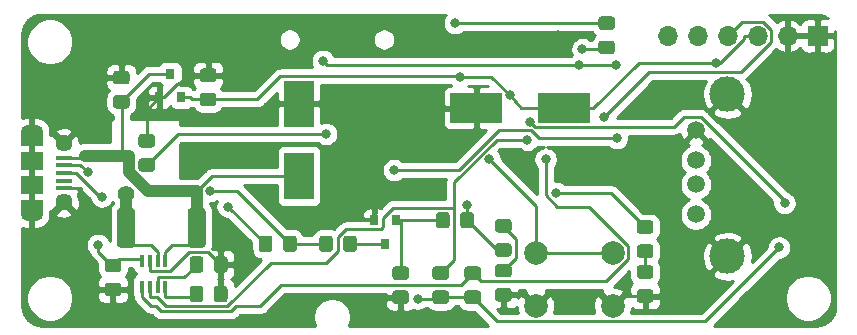
<source format=gbr>
G04 #@! TF.GenerationSoftware,KiCad,Pcbnew,(5.1.9-0-10_14)*
G04 #@! TF.CreationDate,2021-03-28T22:25:10+02:00*
G04 #@! TF.ProjectId,HB-ES-PMSw1-USB,48422d45-532d-4504-9d53-77312d555342,rev?*
G04 #@! TF.SameCoordinates,Original*
G04 #@! TF.FileFunction,Copper,L1,Top*
G04 #@! TF.FilePolarity,Positive*
%FSLAX46Y46*%
G04 Gerber Fmt 4.6, Leading zero omitted, Abs format (unit mm)*
G04 Created by KiCad (PCBNEW (5.1.9-0-10_14)) date 2021-03-28 22:25:10*
%MOMM*%
%LPD*%
G01*
G04 APERTURE LIST*
G04 #@! TA.AperFunction,SMDPad,CuDef*
%ADD10R,1.900000X1.200000*%
G04 #@! TD*
G04 #@! TA.AperFunction,ComponentPad*
%ADD11O,1.900000X1.200000*%
G04 #@! TD*
G04 #@! TA.AperFunction,SMDPad,CuDef*
%ADD12R,1.900000X1.500000*%
G04 #@! TD*
G04 #@! TA.AperFunction,ComponentPad*
%ADD13C,1.450000*%
G04 #@! TD*
G04 #@! TA.AperFunction,SMDPad,CuDef*
%ADD14R,1.350000X0.400000*%
G04 #@! TD*
G04 #@! TA.AperFunction,SMDPad,CuDef*
%ADD15R,0.800000X0.900000*%
G04 #@! TD*
G04 #@! TA.AperFunction,ComponentPad*
%ADD16O,1.700000X1.700000*%
G04 #@! TD*
G04 #@! TA.AperFunction,ComponentPad*
%ADD17R,1.700000X1.700000*%
G04 #@! TD*
G04 #@! TA.AperFunction,SMDPad,CuDef*
%ADD18R,0.400000X1.060000*%
G04 #@! TD*
G04 #@! TA.AperFunction,ComponentPad*
%ADD19C,2.000000*%
G04 #@! TD*
G04 #@! TA.AperFunction,ComponentPad*
%ADD20C,1.500000*%
G04 #@! TD*
G04 #@! TA.AperFunction,ComponentPad*
%ADD21C,3.000000*%
G04 #@! TD*
G04 #@! TA.AperFunction,SMDPad,CuDef*
%ADD22R,2.500000X4.000000*%
G04 #@! TD*
G04 #@! TA.AperFunction,SMDPad,CuDef*
%ADD23R,4.400000X2.500000*%
G04 #@! TD*
G04 #@! TA.AperFunction,ViaPad*
%ADD24C,0.800000*%
G04 #@! TD*
G04 #@! TA.AperFunction,ViaPad*
%ADD25C,1.400000*%
G04 #@! TD*
G04 #@! TA.AperFunction,Conductor*
%ADD26C,0.250000*%
G04 #@! TD*
G04 #@! TA.AperFunction,Conductor*
%ADD27C,1.000000*%
G04 #@! TD*
G04 #@! TA.AperFunction,Conductor*
%ADD28C,0.254000*%
G04 #@! TD*
G04 #@! TA.AperFunction,Conductor*
%ADD29C,0.100000*%
G04 #@! TD*
G04 APERTURE END LIST*
D10*
X28862500Y-45200000D03*
X28862500Y-51000000D03*
D11*
X28862500Y-51600000D03*
X28862500Y-44600000D03*
D12*
X28862500Y-47100000D03*
D13*
X31562500Y-50600000D03*
D14*
X31562500Y-48100000D03*
X31562500Y-48750000D03*
X31562500Y-49400000D03*
X31562500Y-46800000D03*
X31562500Y-47450000D03*
D13*
X31562500Y-45600000D03*
D12*
X28862500Y-49100000D03*
G04 #@! TA.AperFunction,SMDPad,CuDef*
G36*
G01*
X39050001Y-45950000D02*
X38149999Y-45950000D01*
G75*
G02*
X37900000Y-45700001I0J249999D01*
G01*
X37900000Y-45049999D01*
G75*
G02*
X38149999Y-44800000I249999J0D01*
G01*
X39050001Y-44800000D01*
G75*
G02*
X39300000Y-45049999I0J-249999D01*
G01*
X39300000Y-45700001D01*
G75*
G02*
X39050001Y-45950000I-249999J0D01*
G01*
G37*
G04 #@! TD.AperFunction*
G04 #@! TA.AperFunction,SMDPad,CuDef*
G36*
G01*
X39050001Y-48000000D02*
X38149999Y-48000000D01*
G75*
G02*
X37900000Y-47750001I0J249999D01*
G01*
X37900000Y-47099999D01*
G75*
G02*
X38149999Y-46850000I249999J0D01*
G01*
X39050001Y-46850000D01*
G75*
G02*
X39300000Y-47099999I0J-249999D01*
G01*
X39300000Y-47750001D01*
G75*
G02*
X39050001Y-48000000I-249999J0D01*
G01*
G37*
G04 #@! TD.AperFunction*
G04 #@! TA.AperFunction,SMDPad,CuDef*
G36*
G01*
X78000001Y-36000000D02*
X77099999Y-36000000D01*
G75*
G02*
X76850000Y-35750001I0J249999D01*
G01*
X76850000Y-35099999D01*
G75*
G02*
X77099999Y-34850000I249999J0D01*
G01*
X78000001Y-34850000D01*
G75*
G02*
X78250000Y-35099999I0J-249999D01*
G01*
X78250000Y-35750001D01*
G75*
G02*
X78000001Y-36000000I-249999J0D01*
G01*
G37*
G04 #@! TD.AperFunction*
G04 #@! TA.AperFunction,SMDPad,CuDef*
G36*
G01*
X78000001Y-38050000D02*
X77099999Y-38050000D01*
G75*
G02*
X76850000Y-37800001I0J249999D01*
G01*
X76850000Y-37149999D01*
G75*
G02*
X77099999Y-36900000I249999J0D01*
G01*
X78000001Y-36900000D01*
G75*
G02*
X78250000Y-37149999I0J-249999D01*
G01*
X78250000Y-37800001D01*
G75*
G02*
X78000001Y-38050000I-249999J0D01*
G01*
G37*
G04 #@! TD.AperFunction*
G04 #@! TA.AperFunction,SMDPad,CuDef*
G36*
G01*
X50150000Y-54550001D02*
X50150000Y-53649999D01*
G75*
G02*
X50399999Y-53400000I249999J0D01*
G01*
X51050001Y-53400000D01*
G75*
G02*
X51300000Y-53649999I0J-249999D01*
G01*
X51300000Y-54550001D01*
G75*
G02*
X51050001Y-54800000I-249999J0D01*
G01*
X50399999Y-54800000D01*
G75*
G02*
X50150000Y-54550001I0J249999D01*
G01*
G37*
G04 #@! TD.AperFunction*
G04 #@! TA.AperFunction,SMDPad,CuDef*
G36*
G01*
X48100000Y-54550001D02*
X48100000Y-53649999D01*
G75*
G02*
X48349999Y-53400000I249999J0D01*
G01*
X49000001Y-53400000D01*
G75*
G02*
X49250000Y-53649999I0J-249999D01*
G01*
X49250000Y-54550001D01*
G75*
G02*
X49000001Y-54800000I-249999J0D01*
G01*
X48349999Y-54800000D01*
G75*
G02*
X48100000Y-54550001I0J249999D01*
G01*
G37*
G04 #@! TD.AperFunction*
G04 #@! TA.AperFunction,SMDPad,CuDef*
G36*
G01*
X54350000Y-53649999D02*
X54350000Y-54550001D01*
G75*
G02*
X54100001Y-54800000I-249999J0D01*
G01*
X53449999Y-54800000D01*
G75*
G02*
X53200000Y-54550001I0J249999D01*
G01*
X53200000Y-53649999D01*
G75*
G02*
X53449999Y-53400000I249999J0D01*
G01*
X54100001Y-53400000D01*
G75*
G02*
X54350000Y-53649999I0J-249999D01*
G01*
G37*
G04 #@! TD.AperFunction*
G04 #@! TA.AperFunction,SMDPad,CuDef*
G36*
G01*
X56400000Y-53649999D02*
X56400000Y-54550001D01*
G75*
G02*
X56150001Y-54800000I-249999J0D01*
G01*
X55499999Y-54800000D01*
G75*
G02*
X55250000Y-54550001I0J249999D01*
G01*
X55250000Y-53649999D01*
G75*
G02*
X55499999Y-53400000I249999J0D01*
G01*
X56150001Y-53400000D01*
G75*
G02*
X56400000Y-53649999I0J-249999D01*
G01*
G37*
G04 #@! TD.AperFunction*
G04 #@! TA.AperFunction,SMDPad,CuDef*
G36*
G01*
X60550001Y-57150000D02*
X59649999Y-57150000D01*
G75*
G02*
X59400000Y-56900001I0J249999D01*
G01*
X59400000Y-56249999D01*
G75*
G02*
X59649999Y-56000000I249999J0D01*
G01*
X60550001Y-56000000D01*
G75*
G02*
X60800000Y-56249999I0J-249999D01*
G01*
X60800000Y-56900001D01*
G75*
G02*
X60550001Y-57150000I-249999J0D01*
G01*
G37*
G04 #@! TD.AperFunction*
G04 #@! TA.AperFunction,SMDPad,CuDef*
G36*
G01*
X60550001Y-59200000D02*
X59649999Y-59200000D01*
G75*
G02*
X59400000Y-58950001I0J249999D01*
G01*
X59400000Y-58299999D01*
G75*
G02*
X59649999Y-58050000I249999J0D01*
G01*
X60550001Y-58050000D01*
G75*
G02*
X60800000Y-58299999I0J-249999D01*
G01*
X60800000Y-58950001D01*
G75*
G02*
X60550001Y-59200000I-249999J0D01*
G01*
G37*
G04 #@! TD.AperFunction*
D15*
X58800000Y-54100000D03*
X57850000Y-52100000D03*
X59750000Y-52100000D03*
G04 #@! TA.AperFunction,SMDPad,CuDef*
G36*
G01*
X68349999Y-52000000D02*
X69250001Y-52000000D01*
G75*
G02*
X69500000Y-52249999I0J-249999D01*
G01*
X69500000Y-52900001D01*
G75*
G02*
X69250001Y-53150000I-249999J0D01*
G01*
X68349999Y-53150000D01*
G75*
G02*
X68100000Y-52900001I0J249999D01*
G01*
X68100000Y-52249999D01*
G75*
G02*
X68349999Y-52000000I249999J0D01*
G01*
G37*
G04 #@! TD.AperFunction*
G04 #@! TA.AperFunction,SMDPad,CuDef*
G36*
G01*
X68349999Y-54050000D02*
X69250001Y-54050000D01*
G75*
G02*
X69500000Y-54299999I0J-249999D01*
G01*
X69500000Y-54950001D01*
G75*
G02*
X69250001Y-55200000I-249999J0D01*
G01*
X68349999Y-55200000D01*
G75*
G02*
X68100000Y-54950001I0J249999D01*
G01*
X68100000Y-54299999D01*
G75*
G02*
X68349999Y-54050000I249999J0D01*
G01*
G37*
G04 #@! TD.AperFunction*
G04 #@! TA.AperFunction,SMDPad,CuDef*
G36*
G01*
X69250001Y-56950000D02*
X68349999Y-56950000D01*
G75*
G02*
X68100000Y-56700001I0J249999D01*
G01*
X68100000Y-56049999D01*
G75*
G02*
X68349999Y-55800000I249999J0D01*
G01*
X69250001Y-55800000D01*
G75*
G02*
X69500000Y-56049999I0J-249999D01*
G01*
X69500000Y-56700001D01*
G75*
G02*
X69250001Y-56950000I-249999J0D01*
G01*
G37*
G04 #@! TD.AperFunction*
G04 #@! TA.AperFunction,SMDPad,CuDef*
G36*
G01*
X69250001Y-59000000D02*
X68349999Y-59000000D01*
G75*
G02*
X68100000Y-58750001I0J249999D01*
G01*
X68100000Y-58099999D01*
G75*
G02*
X68349999Y-57850000I249999J0D01*
G01*
X69250001Y-57850000D01*
G75*
G02*
X69500000Y-58099999I0J-249999D01*
G01*
X69500000Y-58750001D01*
G75*
G02*
X69250001Y-59000000I-249999J0D01*
G01*
G37*
G04 #@! TD.AperFunction*
D16*
X82700000Y-36500000D03*
X85240000Y-36500000D03*
X87780000Y-36500000D03*
X90320000Y-36500000D03*
X92860000Y-36500000D03*
D17*
X95400000Y-36500000D03*
G04 #@! TA.AperFunction,SMDPad,CuDef*
G36*
G01*
X81250001Y-57050000D02*
X80349999Y-57050000D01*
G75*
G02*
X80100000Y-56800001I0J249999D01*
G01*
X80100000Y-56149999D01*
G75*
G02*
X80349999Y-55900000I249999J0D01*
G01*
X81250001Y-55900000D01*
G75*
G02*
X81500000Y-56149999I0J-249999D01*
G01*
X81500000Y-56800001D01*
G75*
G02*
X81250001Y-57050000I-249999J0D01*
G01*
G37*
G04 #@! TD.AperFunction*
G04 #@! TA.AperFunction,SMDPad,CuDef*
G36*
G01*
X81250001Y-59100000D02*
X80349999Y-59100000D01*
G75*
G02*
X80100000Y-58850001I0J249999D01*
G01*
X80100000Y-58199999D01*
G75*
G02*
X80349999Y-57950000I249999J0D01*
G01*
X81250001Y-57950000D01*
G75*
G02*
X81500000Y-58199999I0J-249999D01*
G01*
X81500000Y-58850001D01*
G75*
G02*
X81250001Y-59100000I-249999J0D01*
G01*
G37*
G04 #@! TD.AperFunction*
D15*
X40600000Y-39700000D03*
X41550000Y-41700000D03*
X39650000Y-41700000D03*
D18*
X40180000Y-57750000D03*
X39530000Y-57750000D03*
X38870000Y-57750000D03*
X38220000Y-57750000D03*
X38220000Y-55550000D03*
X38870000Y-55550000D03*
X39530000Y-55550000D03*
X40180000Y-55550000D03*
D19*
X78050000Y-54850000D03*
X78050000Y-59350000D03*
X71550000Y-54850000D03*
X71550000Y-59350000D03*
G04 #@! TA.AperFunction,SMDPad,CuDef*
G36*
G01*
X37625000Y-51324999D02*
X37625000Y-54175001D01*
G75*
G02*
X37375001Y-54425000I-249999J0D01*
G01*
X36349999Y-54425000D01*
G75*
G02*
X36100000Y-54175001I0J249999D01*
G01*
X36100000Y-51324999D01*
G75*
G02*
X36349999Y-51075000I249999J0D01*
G01*
X37375001Y-51075000D01*
G75*
G02*
X37625000Y-51324999I0J-249999D01*
G01*
G37*
G04 #@! TD.AperFunction*
G04 #@! TA.AperFunction,SMDPad,CuDef*
G36*
G01*
X43600000Y-51324999D02*
X43600000Y-54175001D01*
G75*
G02*
X43350001Y-54425000I-249999J0D01*
G01*
X42324999Y-54425000D01*
G75*
G02*
X42075000Y-54175001I0J249999D01*
G01*
X42075000Y-51324999D01*
G75*
G02*
X42324999Y-51075000I249999J0D01*
G01*
X43350001Y-51075000D01*
G75*
G02*
X43600000Y-51324999I0J-249999D01*
G01*
G37*
G04 #@! TD.AperFunction*
G04 #@! TA.AperFunction,SMDPad,CuDef*
G36*
G01*
X66650001Y-57150000D02*
X65749999Y-57150000D01*
G75*
G02*
X65500000Y-56900001I0J249999D01*
G01*
X65500000Y-56249999D01*
G75*
G02*
X65749999Y-56000000I249999J0D01*
G01*
X66650001Y-56000000D01*
G75*
G02*
X66900000Y-56249999I0J-249999D01*
G01*
X66900000Y-56900001D01*
G75*
G02*
X66650001Y-57150000I-249999J0D01*
G01*
G37*
G04 #@! TD.AperFunction*
G04 #@! TA.AperFunction,SMDPad,CuDef*
G36*
G01*
X66650001Y-59200000D02*
X65749999Y-59200000D01*
G75*
G02*
X65500000Y-58950001I0J249999D01*
G01*
X65500000Y-58299999D01*
G75*
G02*
X65749999Y-58050000I249999J0D01*
G01*
X66650001Y-58050000D01*
G75*
G02*
X66900000Y-58299999I0J-249999D01*
G01*
X66900000Y-58950001D01*
G75*
G02*
X66650001Y-59200000I-249999J0D01*
G01*
G37*
G04 #@! TD.AperFunction*
G04 #@! TA.AperFunction,SMDPad,CuDef*
G36*
G01*
X44300000Y-56300001D02*
X44300000Y-55399999D01*
G75*
G02*
X44549999Y-55150000I249999J0D01*
G01*
X45200001Y-55150000D01*
G75*
G02*
X45450000Y-55399999I0J-249999D01*
G01*
X45450000Y-56300001D01*
G75*
G02*
X45200001Y-56550000I-249999J0D01*
G01*
X44549999Y-56550000D01*
G75*
G02*
X44300000Y-56300001I0J249999D01*
G01*
G37*
G04 #@! TD.AperFunction*
G04 #@! TA.AperFunction,SMDPad,CuDef*
G36*
G01*
X42250000Y-56300001D02*
X42250000Y-55399999D01*
G75*
G02*
X42499999Y-55150000I249999J0D01*
G01*
X43150001Y-55150000D01*
G75*
G02*
X43400000Y-55399999I0J-249999D01*
G01*
X43400000Y-56300001D01*
G75*
G02*
X43150001Y-56550000I-249999J0D01*
G01*
X42499999Y-56550000D01*
G75*
G02*
X42250000Y-56300001I0J249999D01*
G01*
G37*
G04 #@! TD.AperFunction*
G04 #@! TA.AperFunction,SMDPad,CuDef*
G36*
G01*
X44300000Y-58800001D02*
X44300000Y-57899999D01*
G75*
G02*
X44549999Y-57650000I249999J0D01*
G01*
X45200001Y-57650000D01*
G75*
G02*
X45450000Y-57899999I0J-249999D01*
G01*
X45450000Y-58800001D01*
G75*
G02*
X45200001Y-59050000I-249999J0D01*
G01*
X44549999Y-59050000D01*
G75*
G02*
X44300000Y-58800001I0J249999D01*
G01*
G37*
G04 #@! TD.AperFunction*
G04 #@! TA.AperFunction,SMDPad,CuDef*
G36*
G01*
X42250000Y-58800001D02*
X42250000Y-57899999D01*
G75*
G02*
X42499999Y-57650000I249999J0D01*
G01*
X43150001Y-57650000D01*
G75*
G02*
X43400000Y-57899999I0J-249999D01*
G01*
X43400000Y-58800001D01*
G75*
G02*
X43150001Y-59050000I-249999J0D01*
G01*
X42499999Y-59050000D01*
G75*
G02*
X42250000Y-58800001I0J249999D01*
G01*
G37*
G04 #@! TD.AperFunction*
G04 #@! TA.AperFunction,SMDPad,CuDef*
G36*
G01*
X63950001Y-57150000D02*
X63049999Y-57150000D01*
G75*
G02*
X62800000Y-56900001I0J249999D01*
G01*
X62800000Y-56249999D01*
G75*
G02*
X63049999Y-56000000I249999J0D01*
G01*
X63950001Y-56000000D01*
G75*
G02*
X64200000Y-56249999I0J-249999D01*
G01*
X64200000Y-56900001D01*
G75*
G02*
X63950001Y-57150000I-249999J0D01*
G01*
G37*
G04 #@! TD.AperFunction*
G04 #@! TA.AperFunction,SMDPad,CuDef*
G36*
G01*
X63950001Y-59200000D02*
X63049999Y-59200000D01*
G75*
G02*
X62800000Y-58950001I0J249999D01*
G01*
X62800000Y-58299999D01*
G75*
G02*
X63049999Y-58050000I249999J0D01*
G01*
X63950001Y-58050000D01*
G75*
G02*
X64200000Y-58299999I0J-249999D01*
G01*
X64200000Y-58950001D01*
G75*
G02*
X63950001Y-59200000I-249999J0D01*
G01*
G37*
G04 #@! TD.AperFunction*
G04 #@! TA.AperFunction,SMDPad,CuDef*
G36*
G01*
X65150000Y-52550001D02*
X65150000Y-51649999D01*
G75*
G02*
X65399999Y-51400000I249999J0D01*
G01*
X66050001Y-51400000D01*
G75*
G02*
X66300000Y-51649999I0J-249999D01*
G01*
X66300000Y-52550001D01*
G75*
G02*
X66050001Y-52800000I-249999J0D01*
G01*
X65399999Y-52800000D01*
G75*
G02*
X65150000Y-52550001I0J249999D01*
G01*
G37*
G04 #@! TD.AperFunction*
G04 #@! TA.AperFunction,SMDPad,CuDef*
G36*
G01*
X63100000Y-52550001D02*
X63100000Y-51649999D01*
G75*
G02*
X63349999Y-51400000I249999J0D01*
G01*
X64000001Y-51400000D01*
G75*
G02*
X64250000Y-51649999I0J-249999D01*
G01*
X64250000Y-52550001D01*
G75*
G02*
X64000001Y-52800000I-249999J0D01*
G01*
X63349999Y-52800000D01*
G75*
G02*
X63100000Y-52550001I0J249999D01*
G01*
G37*
G04 #@! TD.AperFunction*
G04 #@! TA.AperFunction,SMDPad,CuDef*
G36*
G01*
X81250001Y-53250000D02*
X80349999Y-53250000D01*
G75*
G02*
X80100000Y-53000001I0J249999D01*
G01*
X80100000Y-52349999D01*
G75*
G02*
X80349999Y-52100000I249999J0D01*
G01*
X81250001Y-52100000D01*
G75*
G02*
X81500000Y-52349999I0J-249999D01*
G01*
X81500000Y-53000001D01*
G75*
G02*
X81250001Y-53250000I-249999J0D01*
G01*
G37*
G04 #@! TD.AperFunction*
G04 #@! TA.AperFunction,SMDPad,CuDef*
G36*
G01*
X81250001Y-55300000D02*
X80349999Y-55300000D01*
G75*
G02*
X80100000Y-55050001I0J249999D01*
G01*
X80100000Y-54399999D01*
G75*
G02*
X80349999Y-54150000I249999J0D01*
G01*
X81250001Y-54150000D01*
G75*
G02*
X81500000Y-54399999I0J-249999D01*
G01*
X81500000Y-55050001D01*
G75*
G02*
X81250001Y-55300000I-249999J0D01*
G01*
G37*
G04 #@! TD.AperFunction*
D20*
X85100000Y-44490000D03*
X85100000Y-47030000D03*
X85100000Y-49060000D03*
X85100000Y-51600000D03*
D21*
X87770000Y-41440000D03*
X87770000Y-55160000D03*
G04 #@! TA.AperFunction,SMDPad,CuDef*
G36*
G01*
X44250001Y-40400000D02*
X43349999Y-40400000D01*
G75*
G02*
X43100000Y-40150001I0J249999D01*
G01*
X43100000Y-39499999D01*
G75*
G02*
X43349999Y-39250000I249999J0D01*
G01*
X44250001Y-39250000D01*
G75*
G02*
X44500000Y-39499999I0J-249999D01*
G01*
X44500000Y-40150001D01*
G75*
G02*
X44250001Y-40400000I-249999J0D01*
G01*
G37*
G04 #@! TD.AperFunction*
G04 #@! TA.AperFunction,SMDPad,CuDef*
G36*
G01*
X44250001Y-42450000D02*
X43349999Y-42450000D01*
G75*
G02*
X43100000Y-42200001I0J249999D01*
G01*
X43100000Y-41549999D01*
G75*
G02*
X43349999Y-41300000I249999J0D01*
G01*
X44250001Y-41300000D01*
G75*
G02*
X44500000Y-41549999I0J-249999D01*
G01*
X44500000Y-42200001D01*
G75*
G02*
X44250001Y-42450000I-249999J0D01*
G01*
G37*
G04 #@! TD.AperFunction*
D22*
X51500000Y-42250000D03*
X51500000Y-48350000D03*
D23*
X66500000Y-42600000D03*
X73900000Y-42600000D03*
G04 #@! TA.AperFunction,SMDPad,CuDef*
G36*
G01*
X36900001Y-40600000D02*
X35999999Y-40600000D01*
G75*
G02*
X35750000Y-40350001I0J249999D01*
G01*
X35750000Y-39699999D01*
G75*
G02*
X35999999Y-39450000I249999J0D01*
G01*
X36900001Y-39450000D01*
G75*
G02*
X37150000Y-39699999I0J-249999D01*
G01*
X37150000Y-40350001D01*
G75*
G02*
X36900001Y-40600000I-249999J0D01*
G01*
G37*
G04 #@! TD.AperFunction*
G04 #@! TA.AperFunction,SMDPad,CuDef*
G36*
G01*
X36900001Y-42650000D02*
X35999999Y-42650000D01*
G75*
G02*
X35750000Y-42400001I0J249999D01*
G01*
X35750000Y-41749999D01*
G75*
G02*
X35999999Y-41500000I249999J0D01*
G01*
X36900001Y-41500000D01*
G75*
G02*
X37150000Y-41749999I0J-249999D01*
G01*
X37150000Y-42400001D01*
G75*
G02*
X36900001Y-42650000I-249999J0D01*
G01*
G37*
G04 #@! TD.AperFunction*
G04 #@! TA.AperFunction,SMDPad,CuDef*
G36*
G01*
X35299999Y-57400000D02*
X36200001Y-57400000D01*
G75*
G02*
X36450000Y-57649999I0J-249999D01*
G01*
X36450000Y-58300001D01*
G75*
G02*
X36200001Y-58550000I-249999J0D01*
G01*
X35299999Y-58550000D01*
G75*
G02*
X35050000Y-58300001I0J249999D01*
G01*
X35050000Y-57649999D01*
G75*
G02*
X35299999Y-57400000I249999J0D01*
G01*
G37*
G04 #@! TD.AperFunction*
G04 #@! TA.AperFunction,SMDPad,CuDef*
G36*
G01*
X35299999Y-55350000D02*
X36200001Y-55350000D01*
G75*
G02*
X36450000Y-55599999I0J-249999D01*
G01*
X36450000Y-56250001D01*
G75*
G02*
X36200001Y-56500000I-249999J0D01*
G01*
X35299999Y-56500000D01*
G75*
G02*
X35050000Y-56250001I0J249999D01*
G01*
X35050000Y-55599999D01*
G75*
G02*
X35299999Y-55350000I249999J0D01*
G01*
G37*
G04 #@! TD.AperFunction*
D24*
X48202600Y-39369900D03*
X46600000Y-56600000D03*
X70105500Y-46719100D03*
X73450000Y-36400000D03*
X33400000Y-39350000D03*
X33400000Y-41100000D03*
X77600000Y-47900000D03*
X81650000Y-49900000D03*
X54750000Y-48050000D03*
X86798300Y-38770700D03*
X61567300Y-58736900D03*
X65099000Y-39937300D03*
X69329200Y-41474100D03*
X34483400Y-54183400D03*
X64687650Y-35412350D03*
X92150000Y-54400000D03*
X73258300Y-49791300D03*
X70830800Y-45303700D03*
X72387500Y-46941300D03*
X67626500Y-46941800D03*
X77350000Y-43400000D03*
X53509600Y-38604200D03*
X75198600Y-38986200D03*
X78350000Y-38950000D03*
X34800000Y-50100000D03*
X33600000Y-48000000D03*
X65716500Y-50790100D03*
X92605600Y-50661500D03*
X71068400Y-43776800D03*
X43963000Y-49628300D03*
D25*
X36860000Y-49840000D03*
D24*
X45450000Y-50950000D03*
X75500000Y-37611798D03*
X53800000Y-44800000D03*
X59550000Y-47850000D03*
X78400000Y-45150000D03*
D26*
X38870000Y-56405300D02*
X40535800Y-56405300D01*
X40535800Y-56405300D02*
X42153600Y-54787500D01*
X42153600Y-54787500D02*
X43812500Y-54787500D01*
X43812500Y-54787500D02*
X44875000Y-55850000D01*
X44875000Y-58350000D02*
X44875000Y-55850000D01*
X35750000Y-57975000D02*
X35750000Y-57541800D01*
X38870000Y-55550000D02*
X38870000Y-56405300D01*
X80800000Y-58525000D02*
X78875000Y-58525000D01*
X78875000Y-58525000D02*
X78050000Y-59350000D01*
X66903100Y-44578400D02*
X66500000Y-44175300D01*
X84916900Y-44673100D02*
X85100000Y-44490000D01*
X84165000Y-55160000D02*
X84015900Y-55010900D01*
X66500000Y-42600000D02*
X66500000Y-44175300D01*
X65237400Y-42600000D02*
X66500000Y-42600000D01*
X57850000Y-43385300D02*
X54210600Y-43385300D01*
X54210600Y-43385300D02*
X53075300Y-42250000D01*
X63974700Y-42600000D02*
X63189400Y-43385300D01*
X63189400Y-43385300D02*
X57850000Y-43385300D01*
X57850000Y-43385300D02*
X57850000Y-51324700D01*
X57850000Y-52100000D02*
X57850000Y-51324700D01*
X43800000Y-39825000D02*
X42069000Y-39825000D01*
X52287700Y-42250000D02*
X51759300Y-42778400D01*
X52287700Y-42250000D02*
X53075300Y-42250000D01*
X51500000Y-42250000D02*
X52287700Y-42250000D01*
X92710000Y-36500000D02*
X92860000Y-36500000D01*
X65237400Y-42600000D02*
X63974700Y-42600000D01*
X29250000Y-44225000D02*
X29331500Y-44225000D01*
X40035002Y-41700000D02*
X41135002Y-40600000D01*
X39650000Y-41700000D02*
X40035002Y-41700000D01*
X41294000Y-40600000D02*
X42069000Y-39825000D01*
X41135002Y-40600000D02*
X41294000Y-40600000D01*
X33000000Y-49400000D02*
X32124700Y-49400000D01*
X33050000Y-51825000D02*
X33000000Y-49400000D01*
X33050000Y-51975000D02*
X33050000Y-51825000D01*
X38600000Y-45375000D02*
X38600000Y-42750000D01*
X38600000Y-42750000D02*
X39650000Y-41700000D01*
X39650000Y-41700000D02*
X39650000Y-41650000D01*
X86798300Y-38770700D02*
X87172600Y-38770700D01*
X87172600Y-38770700D02*
X89144700Y-36798600D01*
X89144700Y-36798600D02*
X89144700Y-36500000D01*
X76425300Y-42600000D02*
X80254600Y-38770700D01*
X80254600Y-38770700D02*
X86798300Y-38770700D01*
X61567300Y-58736900D02*
X63388100Y-58736900D01*
X63388100Y-58736900D02*
X63500000Y-58625000D01*
X36287600Y-55387400D02*
X35750000Y-55925000D01*
X38220000Y-55550000D02*
X38057400Y-55387400D01*
X90320000Y-36500000D02*
X89144700Y-36500000D01*
X73900000Y-42600000D02*
X76425300Y-42600000D01*
X41550000Y-41700000D02*
X42275300Y-41700000D01*
X43800000Y-41875000D02*
X42450300Y-41875000D01*
X42450300Y-41875000D02*
X42275300Y-41700000D01*
X65099000Y-39937300D02*
X65086300Y-39924600D01*
X65086300Y-39924600D02*
X49924600Y-39924600D01*
X49924600Y-39924600D02*
X47974200Y-41875000D01*
X47974200Y-41875000D02*
X43800000Y-41875000D01*
X63500000Y-58625000D02*
X66200000Y-58625000D01*
X69329200Y-41474100D02*
X67792400Y-39937300D01*
X67792400Y-39937300D02*
X65099000Y-39937300D01*
X34483400Y-54749085D02*
X35434315Y-55700000D01*
X34483400Y-54183400D02*
X34483400Y-54749085D01*
X38057400Y-55387400D02*
X36312600Y-55387400D01*
X36312600Y-55387400D02*
X36300000Y-55400000D01*
X70300000Y-42600000D02*
X69329200Y-41474100D01*
X73900000Y-42600000D02*
X70300000Y-42600000D01*
X77550000Y-35425000D02*
X64725000Y-35425000D01*
X68250001Y-60675001D02*
X85874999Y-60675001D01*
X66200000Y-58625000D02*
X68250001Y-60675001D01*
X85874999Y-60675001D02*
X92150000Y-54400000D01*
X92150000Y-54400000D02*
X92150000Y-54400000D01*
X40600000Y-39700000D02*
X38825000Y-39700000D01*
X38825000Y-39700000D02*
X36450000Y-42075000D01*
X49924700Y-48350000D02*
X44152300Y-48350000D01*
X44152300Y-48350000D02*
X42837500Y-49664800D01*
X51500000Y-48350000D02*
X49924700Y-48350000D01*
D27*
X42837500Y-52750000D02*
X42837500Y-49664800D01*
D26*
X42837500Y-52750000D02*
X42837500Y-54062500D01*
X42837500Y-54062500D02*
X42700000Y-54200000D01*
X40180000Y-55550000D02*
X40180000Y-54770000D01*
X40180000Y-54770000D02*
X40750000Y-54200000D01*
X40750000Y-54200000D02*
X42700000Y-54200000D01*
X33224990Y-46800000D02*
X33400000Y-46624990D01*
X31560000Y-46800000D02*
X32900000Y-46800000D01*
X32900000Y-46800000D02*
X33224990Y-46800000D01*
X36475010Y-46624990D02*
X36500000Y-42200000D01*
D27*
X37100000Y-46624990D02*
X33400000Y-46624990D01*
X38721280Y-49664800D02*
X42837500Y-49664800D01*
X37100000Y-48043520D02*
X38721280Y-49664800D01*
X37100000Y-46624990D02*
X37100000Y-48043520D01*
D26*
X80800000Y-56475000D02*
X80800000Y-54725000D01*
X73258300Y-49791300D02*
X77916300Y-49791300D01*
X77916300Y-49791300D02*
X80800000Y-52675000D01*
X64625000Y-51065100D02*
X64625000Y-55450000D01*
X64625000Y-55450000D02*
X63500000Y-56575000D01*
X70830800Y-45303700D02*
X68227600Y-45303700D01*
X68227600Y-45303700D02*
X64625000Y-48906300D01*
X64625000Y-48906300D02*
X64625000Y-51065100D01*
X38870000Y-58605300D02*
X39467800Y-58605300D01*
X39467800Y-58605300D02*
X40239700Y-59377200D01*
X40239700Y-59377200D02*
X45438500Y-59377200D01*
X45438500Y-59377200D02*
X49132800Y-55682900D01*
X49132800Y-55682900D02*
X53812400Y-55682900D01*
X53812400Y-55682900D02*
X54800000Y-54695300D01*
X54800000Y-54695300D02*
X54800000Y-53520200D01*
X54800000Y-53520200D02*
X55444800Y-52875400D01*
X55444800Y-52875400D02*
X58409700Y-52875400D01*
X58409700Y-52875400D02*
X58575400Y-52709700D01*
X58575400Y-52709700D02*
X58575400Y-51930500D01*
X58575400Y-51930500D02*
X59440800Y-51065100D01*
X59440800Y-51065100D02*
X64625000Y-51065100D01*
X38870000Y-57750000D02*
X38870000Y-58605300D01*
X40180000Y-57750000D02*
X40180000Y-58605300D01*
X40180000Y-58605300D02*
X42569700Y-58605300D01*
X42569700Y-58605300D02*
X42825000Y-58350000D01*
X39530000Y-57750000D02*
X39530000Y-56894700D01*
X39530000Y-56894700D02*
X41780300Y-56894700D01*
X41780300Y-56894700D02*
X42825000Y-55850000D01*
X38220000Y-58605300D02*
X38991900Y-59377200D01*
X39828100Y-59827500D02*
X45737900Y-59827500D01*
X45737900Y-59827500D02*
X46188200Y-59377200D01*
X46188200Y-59377200D02*
X48230000Y-59377200D01*
X48230000Y-59377200D02*
X50007200Y-57600000D01*
X50007200Y-57600000D02*
X65175000Y-57600000D01*
X65175000Y-57600000D02*
X66200000Y-56575000D01*
X38220000Y-57750000D02*
X38220000Y-58605300D01*
X66200000Y-56575000D02*
X66913300Y-57288300D01*
X66913300Y-57288300D02*
X77521300Y-57288300D01*
X77521300Y-57288300D02*
X79385600Y-55424000D01*
X79385600Y-55424000D02*
X79385600Y-54259000D01*
X79385600Y-54259000D02*
X76077400Y-50950800D01*
X76077400Y-50950800D02*
X73383400Y-50950800D01*
X73383400Y-50950800D02*
X72387500Y-49954900D01*
X72387500Y-49954900D02*
X72387500Y-46941300D01*
X39377800Y-59377200D02*
X39828100Y-59827500D01*
X38991900Y-59377200D02*
X39377800Y-59377200D01*
X71550000Y-54850000D02*
X71550000Y-50865300D01*
X71550000Y-50865300D02*
X67626500Y-46941800D01*
X78050000Y-54850000D02*
X71550000Y-54850000D01*
X88986600Y-35293400D02*
X87780000Y-36500000D01*
X90817100Y-35293400D02*
X88986600Y-35293400D01*
X91495400Y-35971700D02*
X90817100Y-35293400D01*
X91495400Y-36987200D02*
X91495400Y-35971700D01*
X88943500Y-39539100D02*
X91495400Y-36987200D01*
X81121400Y-39539100D02*
X88943500Y-39539100D01*
X77350000Y-43400000D02*
X77350000Y-43400000D01*
X77350000Y-43400000D02*
X81121400Y-39539100D01*
X53509600Y-38604200D02*
X53891600Y-38986200D01*
X53891600Y-38986200D02*
X75198600Y-38986200D01*
X78313800Y-38986200D02*
X78350000Y-38950000D01*
X75198600Y-38986200D02*
X78313800Y-38986200D01*
X68800000Y-56375000D02*
X69876800Y-55298200D01*
X69876800Y-55298200D02*
X69876800Y-53651800D01*
X69876800Y-53651800D02*
X68800000Y-52575000D01*
X60100000Y-52100000D02*
X63675000Y-52100000D01*
X59750000Y-52100000D02*
X60100000Y-52100000D01*
X60100000Y-52100000D02*
X60100000Y-56575000D01*
X34626998Y-50100000D02*
X34800000Y-50100000D01*
X32626998Y-48100000D02*
X34626998Y-50100000D01*
X31560000Y-48100000D02*
X32626998Y-48100000D01*
X32950000Y-47450000D02*
X33600000Y-48000000D01*
X31560000Y-47450000D02*
X32950000Y-47450000D01*
X33600000Y-48000000D02*
X33600000Y-48000000D01*
X58800000Y-54100000D02*
X55825000Y-54100000D01*
X68800000Y-54625000D02*
X68250000Y-54625000D01*
X65725000Y-52100000D02*
X65716500Y-52091500D01*
X65716500Y-52091500D02*
X65716500Y-50790100D01*
X68250000Y-54625000D02*
X65725000Y-52100000D01*
X71068400Y-43776800D02*
X71466900Y-44175300D01*
X71466900Y-44175300D02*
X83281400Y-44175300D01*
X83281400Y-44175300D02*
X84077600Y-43379100D01*
X84077600Y-43379100D02*
X85541300Y-43379100D01*
X85541300Y-43379100D02*
X92605600Y-50443400D01*
X92605600Y-50443400D02*
X92605600Y-50661500D01*
X50725000Y-54100000D02*
X46253300Y-49628300D01*
X46253300Y-49628300D02*
X43963000Y-49628300D01*
X50725000Y-54100000D02*
X53775000Y-54100000D01*
X38960000Y-54200000D02*
X38030000Y-54200000D01*
X39530000Y-55550000D02*
X39530000Y-54770000D01*
X39530000Y-54770000D02*
X38960000Y-54200000D01*
D27*
X36862500Y-53032500D02*
X36862500Y-52750000D01*
D26*
X38030000Y-54200000D02*
X37100000Y-54200000D01*
D27*
X36860000Y-49840000D02*
X36860000Y-51960000D01*
D26*
X45450000Y-50950000D02*
X45450000Y-50950000D01*
X45475390Y-50974610D02*
X48700000Y-54100000D01*
X45450000Y-50950000D02*
X45475390Y-50974610D01*
X75500000Y-37611798D02*
X77388202Y-37611798D01*
X77388202Y-37611798D02*
X77550000Y-37450000D01*
X38600000Y-47425000D02*
X41225000Y-44800000D01*
X41225000Y-44800000D02*
X53800000Y-44800000D01*
X53800000Y-44800000D02*
X53800000Y-44800000D01*
X71156991Y-44501801D02*
X71805190Y-45150000D01*
X68393089Y-44501801D02*
X71156991Y-44501801D01*
X65044890Y-47850000D02*
X68393089Y-44501801D01*
X59550000Y-47850000D02*
X65044890Y-47850000D01*
X71805190Y-45150000D02*
X78400000Y-45150000D01*
X78400000Y-45150000D02*
X78400000Y-45150000D01*
D28*
X95613050Y-34718979D02*
X95914178Y-34809895D01*
X96191907Y-34957566D01*
X96259738Y-35012887D01*
X96250000Y-35011928D01*
X95685750Y-35015000D01*
X95527000Y-35173750D01*
X95527000Y-36373000D01*
X96726250Y-36373000D01*
X96885000Y-36214250D01*
X96885928Y-36043771D01*
X96915001Y-36320380D01*
X96915000Y-59366496D01*
X96881020Y-59713052D01*
X96790104Y-60014178D01*
X96642432Y-60291910D01*
X96443626Y-60535669D01*
X96201257Y-60736174D01*
X95924566Y-60885781D01*
X95624075Y-60978798D01*
X95279628Y-61015001D01*
X86609800Y-61015001D01*
X89120306Y-58504495D01*
X92615000Y-58504495D01*
X92615000Y-58895505D01*
X92691282Y-59279003D01*
X92840915Y-59640250D01*
X93058149Y-59965364D01*
X93334636Y-60241851D01*
X93659750Y-60459085D01*
X94020997Y-60608718D01*
X94404495Y-60685000D01*
X94795505Y-60685000D01*
X95179003Y-60608718D01*
X95540250Y-60459085D01*
X95865364Y-60241851D01*
X96141851Y-59965364D01*
X96359085Y-59640250D01*
X96508718Y-59279003D01*
X96585000Y-58895505D01*
X96585000Y-58504495D01*
X96508718Y-58120997D01*
X96359085Y-57759750D01*
X96141851Y-57434636D01*
X95865364Y-57158149D01*
X95540250Y-56940915D01*
X95179003Y-56791282D01*
X94795505Y-56715000D01*
X94404495Y-56715000D01*
X94020997Y-56791282D01*
X93659750Y-56940915D01*
X93334636Y-57158149D01*
X93058149Y-57434636D01*
X92840915Y-57759750D01*
X92691282Y-58120997D01*
X92615000Y-58504495D01*
X89120306Y-58504495D01*
X92189802Y-55435000D01*
X92251939Y-55435000D01*
X92451898Y-55395226D01*
X92640256Y-55317205D01*
X92809774Y-55203937D01*
X92953937Y-55059774D01*
X93067205Y-54890256D01*
X93145226Y-54701898D01*
X93185000Y-54501939D01*
X93185000Y-54298061D01*
X93145226Y-54098102D01*
X93067205Y-53909744D01*
X92953937Y-53740226D01*
X92809774Y-53596063D01*
X92640256Y-53482795D01*
X92451898Y-53404774D01*
X92251939Y-53365000D01*
X92048061Y-53365000D01*
X91848102Y-53404774D01*
X91659744Y-53482795D01*
X91490226Y-53596063D01*
X91346063Y-53740226D01*
X91232795Y-53909744D01*
X91154774Y-54098102D01*
X91115000Y-54298061D01*
X91115000Y-54360198D01*
X89859808Y-55615390D01*
X89882044Y-55536449D01*
X89914902Y-55117176D01*
X89865334Y-54699549D01*
X89735243Y-54299617D01*
X89577214Y-54003962D01*
X89261653Y-53847952D01*
X87949605Y-55160000D01*
X87963748Y-55174143D01*
X87784143Y-55353748D01*
X87770000Y-55339605D01*
X86457952Y-56651653D01*
X86613962Y-56967214D01*
X86988745Y-57158020D01*
X87393551Y-57272044D01*
X87812824Y-57304902D01*
X88218439Y-57256760D01*
X85560198Y-59915001D01*
X79592127Y-59915001D01*
X79672384Y-59608892D01*
X79674583Y-59572332D01*
X79745506Y-59630537D01*
X79855820Y-59689502D01*
X79975518Y-59725812D01*
X80100000Y-59738072D01*
X80514250Y-59735000D01*
X80673000Y-59576250D01*
X80673000Y-58652000D01*
X80927000Y-58652000D01*
X80927000Y-59576250D01*
X81085750Y-59735000D01*
X81500000Y-59738072D01*
X81624482Y-59725812D01*
X81744180Y-59689502D01*
X81854494Y-59630537D01*
X81951185Y-59551185D01*
X82030537Y-59454494D01*
X82089502Y-59344180D01*
X82125812Y-59224482D01*
X82138072Y-59100000D01*
X82135000Y-58810750D01*
X81976250Y-58652000D01*
X80927000Y-58652000D01*
X80673000Y-58652000D01*
X80653000Y-58652000D01*
X80653000Y-58398000D01*
X80673000Y-58398000D01*
X80673000Y-58378000D01*
X80927000Y-58378000D01*
X80927000Y-58398000D01*
X81976250Y-58398000D01*
X82135000Y-58239250D01*
X82138072Y-57950000D01*
X82125812Y-57825518D01*
X82089502Y-57705820D01*
X82030537Y-57595506D01*
X81951185Y-57498815D01*
X81871406Y-57433342D01*
X81877962Y-57427962D01*
X81988405Y-57293387D01*
X82070472Y-57139851D01*
X82121008Y-56973255D01*
X82138072Y-56800001D01*
X82138072Y-56149999D01*
X82121008Y-55976745D01*
X82070472Y-55810149D01*
X81988405Y-55656613D01*
X81941944Y-55600000D01*
X81988405Y-55543387D01*
X82070472Y-55389851D01*
X82121008Y-55223255D01*
X82123020Y-55202824D01*
X85625098Y-55202824D01*
X85674666Y-55620451D01*
X85804757Y-56020383D01*
X85962786Y-56316038D01*
X86278347Y-56472048D01*
X87590395Y-55160000D01*
X86278347Y-53847952D01*
X85962786Y-54003962D01*
X85771980Y-54378745D01*
X85657956Y-54783551D01*
X85625098Y-55202824D01*
X82123020Y-55202824D01*
X82138072Y-55050001D01*
X82138072Y-54399999D01*
X82121008Y-54226745D01*
X82070472Y-54060149D01*
X81988405Y-53906613D01*
X81877962Y-53772038D01*
X81790184Y-53700000D01*
X81828753Y-53668347D01*
X86457952Y-53668347D01*
X87770000Y-54980395D01*
X89082048Y-53668347D01*
X88926038Y-53352786D01*
X88551255Y-53161980D01*
X88146449Y-53047956D01*
X87727176Y-53015098D01*
X87309549Y-53064666D01*
X86909617Y-53194757D01*
X86613962Y-53352786D01*
X86457952Y-53668347D01*
X81828753Y-53668347D01*
X81877962Y-53627962D01*
X81988405Y-53493387D01*
X82070472Y-53339851D01*
X82121008Y-53173255D01*
X82138072Y-53000001D01*
X82138072Y-52349999D01*
X82121008Y-52176745D01*
X82070472Y-52010149D01*
X81988405Y-51856613D01*
X81877962Y-51722038D01*
X81743387Y-51611595D01*
X81589851Y-51529528D01*
X81423255Y-51478992D01*
X81250001Y-51461928D01*
X80661730Y-51461928D01*
X78480104Y-49280303D01*
X78456301Y-49251299D01*
X78340576Y-49156326D01*
X78208547Y-49085754D01*
X78065286Y-49042297D01*
X77953633Y-49031300D01*
X77953622Y-49031300D01*
X77916300Y-49027624D01*
X77878978Y-49031300D01*
X73962011Y-49031300D01*
X73918074Y-48987363D01*
X73748556Y-48874095D01*
X73560198Y-48796074D01*
X73360239Y-48756300D01*
X73156361Y-48756300D01*
X73147500Y-48758063D01*
X73147500Y-47645011D01*
X73191437Y-47601074D01*
X73304705Y-47431556D01*
X73382726Y-47243198D01*
X73422500Y-47043239D01*
X73422500Y-46893589D01*
X83715000Y-46893589D01*
X83715000Y-47166411D01*
X83768225Y-47433989D01*
X83872629Y-47686043D01*
X84024201Y-47912886D01*
X84156315Y-48045000D01*
X84024201Y-48177114D01*
X83872629Y-48403957D01*
X83768225Y-48656011D01*
X83715000Y-48923589D01*
X83715000Y-49196411D01*
X83768225Y-49463989D01*
X83872629Y-49716043D01*
X84024201Y-49942886D01*
X84217114Y-50135799D01*
X84443957Y-50287371D01*
X84546873Y-50330000D01*
X84443957Y-50372629D01*
X84217114Y-50524201D01*
X84024201Y-50717114D01*
X83872629Y-50943957D01*
X83768225Y-51196011D01*
X83715000Y-51463589D01*
X83715000Y-51736411D01*
X83768225Y-52003989D01*
X83872629Y-52256043D01*
X84024201Y-52482886D01*
X84217114Y-52675799D01*
X84443957Y-52827371D01*
X84696011Y-52931775D01*
X84963589Y-52985000D01*
X85236411Y-52985000D01*
X85503989Y-52931775D01*
X85756043Y-52827371D01*
X85982886Y-52675799D01*
X86175799Y-52482886D01*
X86327371Y-52256043D01*
X86431775Y-52003989D01*
X86485000Y-51736411D01*
X86485000Y-51463589D01*
X86431775Y-51196011D01*
X86327371Y-50943957D01*
X86175799Y-50717114D01*
X85982886Y-50524201D01*
X85756043Y-50372629D01*
X85653127Y-50330000D01*
X85756043Y-50287371D01*
X85982886Y-50135799D01*
X86175799Y-49942886D01*
X86327371Y-49716043D01*
X86431775Y-49463989D01*
X86485000Y-49196411D01*
X86485000Y-48923589D01*
X86431775Y-48656011D01*
X86327371Y-48403957D01*
X86175799Y-48177114D01*
X86043685Y-48045000D01*
X86175799Y-47912886D01*
X86327371Y-47686043D01*
X86431775Y-47433989D01*
X86485000Y-47166411D01*
X86485000Y-46893589D01*
X86431775Y-46626011D01*
X86327371Y-46373957D01*
X86175799Y-46147114D01*
X85982886Y-45954201D01*
X85756043Y-45802629D01*
X85656721Y-45761489D01*
X85698832Y-45746277D01*
X85811863Y-45685860D01*
X85877388Y-45446993D01*
X85100000Y-44669605D01*
X84322612Y-45446993D01*
X84388137Y-45685860D01*
X84546477Y-45760164D01*
X84443957Y-45802629D01*
X84217114Y-45954201D01*
X84024201Y-46147114D01*
X83872629Y-46373957D01*
X83768225Y-46626011D01*
X83715000Y-46893589D01*
X73422500Y-46893589D01*
X73422500Y-46839361D01*
X73382726Y-46639402D01*
X73304705Y-46451044D01*
X73191437Y-46281526D01*
X73047274Y-46137363D01*
X72877756Y-46024095D01*
X72689398Y-45946074D01*
X72508040Y-45910000D01*
X77696289Y-45910000D01*
X77740226Y-45953937D01*
X77909744Y-46067205D01*
X78098102Y-46145226D01*
X78298061Y-46185000D01*
X78501939Y-46185000D01*
X78701898Y-46145226D01*
X78890256Y-46067205D01*
X79059774Y-45953937D01*
X79203937Y-45809774D01*
X79317205Y-45640256D01*
X79395226Y-45451898D01*
X79435000Y-45251939D01*
X79435000Y-45048061D01*
X79412571Y-44935300D01*
X83244078Y-44935300D01*
X83281400Y-44938976D01*
X83318722Y-44935300D01*
X83318733Y-44935300D01*
X83430386Y-44924303D01*
X83573647Y-44880846D01*
X83705676Y-44810274D01*
X83743063Y-44779591D01*
X83751035Y-44832238D01*
X83843723Y-45088832D01*
X83904140Y-45201863D01*
X84143007Y-45267388D01*
X84920395Y-44490000D01*
X84906253Y-44475858D01*
X85085858Y-44296253D01*
X85100000Y-44310395D01*
X85114143Y-44296253D01*
X85293748Y-44475858D01*
X85279605Y-44490000D01*
X86056993Y-45267388D01*
X86290682Y-45203283D01*
X91583269Y-50495871D01*
X91570600Y-50559561D01*
X91570600Y-50763439D01*
X91610374Y-50963398D01*
X91688395Y-51151756D01*
X91801663Y-51321274D01*
X91945826Y-51465437D01*
X92115344Y-51578705D01*
X92303702Y-51656726D01*
X92503661Y-51696500D01*
X92707539Y-51696500D01*
X92907498Y-51656726D01*
X93095856Y-51578705D01*
X93265374Y-51465437D01*
X93409537Y-51321274D01*
X93522805Y-51151756D01*
X93600826Y-50963398D01*
X93640600Y-50763439D01*
X93640600Y-50559561D01*
X93600826Y-50359602D01*
X93522805Y-50171244D01*
X93409537Y-50001726D01*
X93265374Y-49857563D01*
X93095856Y-49744295D01*
X92907498Y-49666274D01*
X92902228Y-49665226D01*
X86168655Y-42931653D01*
X86457952Y-42931653D01*
X86613962Y-43247214D01*
X86988745Y-43438020D01*
X87393551Y-43552044D01*
X87812824Y-43584902D01*
X88230451Y-43535334D01*
X88630383Y-43405243D01*
X88926038Y-43247214D01*
X89082048Y-42931653D01*
X87770000Y-41619605D01*
X86457952Y-42931653D01*
X86168655Y-42931653D01*
X86105104Y-42868103D01*
X86081301Y-42839099D01*
X85965576Y-42744126D01*
X85833547Y-42673554D01*
X85690286Y-42630097D01*
X85578633Y-42619100D01*
X85578622Y-42619100D01*
X85541300Y-42615424D01*
X85503978Y-42619100D01*
X84114923Y-42619100D01*
X84077600Y-42615424D01*
X84040277Y-42619100D01*
X84040267Y-42619100D01*
X83928614Y-42630097D01*
X83785353Y-42673554D01*
X83653324Y-42744126D01*
X83537599Y-42839099D01*
X83513801Y-42868098D01*
X82966599Y-43415300D01*
X78397471Y-43415300D01*
X81441435Y-40299100D01*
X85955079Y-40299100D01*
X85771980Y-40658745D01*
X85657956Y-41063551D01*
X85625098Y-41482824D01*
X85674666Y-41900451D01*
X85804757Y-42300383D01*
X85962786Y-42596038D01*
X86278347Y-42752048D01*
X87590395Y-41440000D01*
X87576253Y-41425858D01*
X87755858Y-41246253D01*
X87770000Y-41260395D01*
X87784143Y-41246253D01*
X87963748Y-41425858D01*
X87949605Y-41440000D01*
X89261653Y-42752048D01*
X89577214Y-42596038D01*
X89768020Y-42221255D01*
X89882044Y-41816449D01*
X89914902Y-41397176D01*
X89865334Y-40979549D01*
X89735243Y-40579617D01*
X89577214Y-40283962D01*
X89361610Y-40177370D01*
X89367776Y-40174074D01*
X89483501Y-40079101D01*
X89507304Y-40050097D01*
X91917056Y-37640346D01*
X92093080Y-37771641D01*
X92355901Y-37896825D01*
X92503110Y-37941476D01*
X92733000Y-37820155D01*
X92733000Y-36627000D01*
X92987000Y-36627000D01*
X92987000Y-37820155D01*
X93216890Y-37941476D01*
X93364099Y-37896825D01*
X93626920Y-37771641D01*
X93860269Y-37597588D01*
X93936034Y-37513534D01*
X93960498Y-37594180D01*
X94019463Y-37704494D01*
X94098815Y-37801185D01*
X94195506Y-37880537D01*
X94305820Y-37939502D01*
X94425518Y-37975812D01*
X94550000Y-37988072D01*
X95114250Y-37985000D01*
X95273000Y-37826250D01*
X95273000Y-36627000D01*
X95527000Y-36627000D01*
X95527000Y-37826250D01*
X95685750Y-37985000D01*
X96250000Y-37988072D01*
X96374482Y-37975812D01*
X96494180Y-37939502D01*
X96604494Y-37880537D01*
X96701185Y-37801185D01*
X96780537Y-37704494D01*
X96839502Y-37594180D01*
X96875812Y-37474482D01*
X96888072Y-37350000D01*
X96885000Y-36785750D01*
X96726250Y-36627000D01*
X95527000Y-36627000D01*
X95273000Y-36627000D01*
X92987000Y-36627000D01*
X92733000Y-36627000D01*
X92713000Y-36627000D01*
X92713000Y-36373000D01*
X92733000Y-36373000D01*
X92733000Y-35179845D01*
X92987000Y-35179845D01*
X92987000Y-36373000D01*
X95273000Y-36373000D01*
X95273000Y-35173750D01*
X95114250Y-35015000D01*
X94550000Y-35011928D01*
X94425518Y-35024188D01*
X94305820Y-35060498D01*
X94195506Y-35119463D01*
X94098815Y-35198815D01*
X94019463Y-35295506D01*
X93960498Y-35405820D01*
X93936034Y-35486466D01*
X93860269Y-35402412D01*
X93626920Y-35228359D01*
X93364099Y-35103175D01*
X93216890Y-35058524D01*
X92987000Y-35179845D01*
X92733000Y-35179845D01*
X92503110Y-35058524D01*
X92355901Y-35103175D01*
X92093080Y-35228359D01*
X91940597Y-35342095D01*
X91380903Y-34782402D01*
X91357101Y-34753399D01*
X91273755Y-34684999D01*
X95266495Y-34684999D01*
X95613050Y-34718979D01*
G04 #@! TA.AperFunction,Conductor*
D29*
G36*
X95613050Y-34718979D02*
G01*
X95914178Y-34809895D01*
X96191907Y-34957566D01*
X96259738Y-35012887D01*
X96250000Y-35011928D01*
X95685750Y-35015000D01*
X95527000Y-35173750D01*
X95527000Y-36373000D01*
X96726250Y-36373000D01*
X96885000Y-36214250D01*
X96885928Y-36043771D01*
X96915001Y-36320380D01*
X96915000Y-59366496D01*
X96881020Y-59713052D01*
X96790104Y-60014178D01*
X96642432Y-60291910D01*
X96443626Y-60535669D01*
X96201257Y-60736174D01*
X95924566Y-60885781D01*
X95624075Y-60978798D01*
X95279628Y-61015001D01*
X86609800Y-61015001D01*
X89120306Y-58504495D01*
X92615000Y-58504495D01*
X92615000Y-58895505D01*
X92691282Y-59279003D01*
X92840915Y-59640250D01*
X93058149Y-59965364D01*
X93334636Y-60241851D01*
X93659750Y-60459085D01*
X94020997Y-60608718D01*
X94404495Y-60685000D01*
X94795505Y-60685000D01*
X95179003Y-60608718D01*
X95540250Y-60459085D01*
X95865364Y-60241851D01*
X96141851Y-59965364D01*
X96359085Y-59640250D01*
X96508718Y-59279003D01*
X96585000Y-58895505D01*
X96585000Y-58504495D01*
X96508718Y-58120997D01*
X96359085Y-57759750D01*
X96141851Y-57434636D01*
X95865364Y-57158149D01*
X95540250Y-56940915D01*
X95179003Y-56791282D01*
X94795505Y-56715000D01*
X94404495Y-56715000D01*
X94020997Y-56791282D01*
X93659750Y-56940915D01*
X93334636Y-57158149D01*
X93058149Y-57434636D01*
X92840915Y-57759750D01*
X92691282Y-58120997D01*
X92615000Y-58504495D01*
X89120306Y-58504495D01*
X92189802Y-55435000D01*
X92251939Y-55435000D01*
X92451898Y-55395226D01*
X92640256Y-55317205D01*
X92809774Y-55203937D01*
X92953937Y-55059774D01*
X93067205Y-54890256D01*
X93145226Y-54701898D01*
X93185000Y-54501939D01*
X93185000Y-54298061D01*
X93145226Y-54098102D01*
X93067205Y-53909744D01*
X92953937Y-53740226D01*
X92809774Y-53596063D01*
X92640256Y-53482795D01*
X92451898Y-53404774D01*
X92251939Y-53365000D01*
X92048061Y-53365000D01*
X91848102Y-53404774D01*
X91659744Y-53482795D01*
X91490226Y-53596063D01*
X91346063Y-53740226D01*
X91232795Y-53909744D01*
X91154774Y-54098102D01*
X91115000Y-54298061D01*
X91115000Y-54360198D01*
X89859808Y-55615390D01*
X89882044Y-55536449D01*
X89914902Y-55117176D01*
X89865334Y-54699549D01*
X89735243Y-54299617D01*
X89577214Y-54003962D01*
X89261653Y-53847952D01*
X87949605Y-55160000D01*
X87963748Y-55174143D01*
X87784143Y-55353748D01*
X87770000Y-55339605D01*
X86457952Y-56651653D01*
X86613962Y-56967214D01*
X86988745Y-57158020D01*
X87393551Y-57272044D01*
X87812824Y-57304902D01*
X88218439Y-57256760D01*
X85560198Y-59915001D01*
X79592127Y-59915001D01*
X79672384Y-59608892D01*
X79674583Y-59572332D01*
X79745506Y-59630537D01*
X79855820Y-59689502D01*
X79975518Y-59725812D01*
X80100000Y-59738072D01*
X80514250Y-59735000D01*
X80673000Y-59576250D01*
X80673000Y-58652000D01*
X80927000Y-58652000D01*
X80927000Y-59576250D01*
X81085750Y-59735000D01*
X81500000Y-59738072D01*
X81624482Y-59725812D01*
X81744180Y-59689502D01*
X81854494Y-59630537D01*
X81951185Y-59551185D01*
X82030537Y-59454494D01*
X82089502Y-59344180D01*
X82125812Y-59224482D01*
X82138072Y-59100000D01*
X82135000Y-58810750D01*
X81976250Y-58652000D01*
X80927000Y-58652000D01*
X80673000Y-58652000D01*
X80653000Y-58652000D01*
X80653000Y-58398000D01*
X80673000Y-58398000D01*
X80673000Y-58378000D01*
X80927000Y-58378000D01*
X80927000Y-58398000D01*
X81976250Y-58398000D01*
X82135000Y-58239250D01*
X82138072Y-57950000D01*
X82125812Y-57825518D01*
X82089502Y-57705820D01*
X82030537Y-57595506D01*
X81951185Y-57498815D01*
X81871406Y-57433342D01*
X81877962Y-57427962D01*
X81988405Y-57293387D01*
X82070472Y-57139851D01*
X82121008Y-56973255D01*
X82138072Y-56800001D01*
X82138072Y-56149999D01*
X82121008Y-55976745D01*
X82070472Y-55810149D01*
X81988405Y-55656613D01*
X81941944Y-55600000D01*
X81988405Y-55543387D01*
X82070472Y-55389851D01*
X82121008Y-55223255D01*
X82123020Y-55202824D01*
X85625098Y-55202824D01*
X85674666Y-55620451D01*
X85804757Y-56020383D01*
X85962786Y-56316038D01*
X86278347Y-56472048D01*
X87590395Y-55160000D01*
X86278347Y-53847952D01*
X85962786Y-54003962D01*
X85771980Y-54378745D01*
X85657956Y-54783551D01*
X85625098Y-55202824D01*
X82123020Y-55202824D01*
X82138072Y-55050001D01*
X82138072Y-54399999D01*
X82121008Y-54226745D01*
X82070472Y-54060149D01*
X81988405Y-53906613D01*
X81877962Y-53772038D01*
X81790184Y-53700000D01*
X81828753Y-53668347D01*
X86457952Y-53668347D01*
X87770000Y-54980395D01*
X89082048Y-53668347D01*
X88926038Y-53352786D01*
X88551255Y-53161980D01*
X88146449Y-53047956D01*
X87727176Y-53015098D01*
X87309549Y-53064666D01*
X86909617Y-53194757D01*
X86613962Y-53352786D01*
X86457952Y-53668347D01*
X81828753Y-53668347D01*
X81877962Y-53627962D01*
X81988405Y-53493387D01*
X82070472Y-53339851D01*
X82121008Y-53173255D01*
X82138072Y-53000001D01*
X82138072Y-52349999D01*
X82121008Y-52176745D01*
X82070472Y-52010149D01*
X81988405Y-51856613D01*
X81877962Y-51722038D01*
X81743387Y-51611595D01*
X81589851Y-51529528D01*
X81423255Y-51478992D01*
X81250001Y-51461928D01*
X80661730Y-51461928D01*
X78480104Y-49280303D01*
X78456301Y-49251299D01*
X78340576Y-49156326D01*
X78208547Y-49085754D01*
X78065286Y-49042297D01*
X77953633Y-49031300D01*
X77953622Y-49031300D01*
X77916300Y-49027624D01*
X77878978Y-49031300D01*
X73962011Y-49031300D01*
X73918074Y-48987363D01*
X73748556Y-48874095D01*
X73560198Y-48796074D01*
X73360239Y-48756300D01*
X73156361Y-48756300D01*
X73147500Y-48758063D01*
X73147500Y-47645011D01*
X73191437Y-47601074D01*
X73304705Y-47431556D01*
X73382726Y-47243198D01*
X73422500Y-47043239D01*
X73422500Y-46893589D01*
X83715000Y-46893589D01*
X83715000Y-47166411D01*
X83768225Y-47433989D01*
X83872629Y-47686043D01*
X84024201Y-47912886D01*
X84156315Y-48045000D01*
X84024201Y-48177114D01*
X83872629Y-48403957D01*
X83768225Y-48656011D01*
X83715000Y-48923589D01*
X83715000Y-49196411D01*
X83768225Y-49463989D01*
X83872629Y-49716043D01*
X84024201Y-49942886D01*
X84217114Y-50135799D01*
X84443957Y-50287371D01*
X84546873Y-50330000D01*
X84443957Y-50372629D01*
X84217114Y-50524201D01*
X84024201Y-50717114D01*
X83872629Y-50943957D01*
X83768225Y-51196011D01*
X83715000Y-51463589D01*
X83715000Y-51736411D01*
X83768225Y-52003989D01*
X83872629Y-52256043D01*
X84024201Y-52482886D01*
X84217114Y-52675799D01*
X84443957Y-52827371D01*
X84696011Y-52931775D01*
X84963589Y-52985000D01*
X85236411Y-52985000D01*
X85503989Y-52931775D01*
X85756043Y-52827371D01*
X85982886Y-52675799D01*
X86175799Y-52482886D01*
X86327371Y-52256043D01*
X86431775Y-52003989D01*
X86485000Y-51736411D01*
X86485000Y-51463589D01*
X86431775Y-51196011D01*
X86327371Y-50943957D01*
X86175799Y-50717114D01*
X85982886Y-50524201D01*
X85756043Y-50372629D01*
X85653127Y-50330000D01*
X85756043Y-50287371D01*
X85982886Y-50135799D01*
X86175799Y-49942886D01*
X86327371Y-49716043D01*
X86431775Y-49463989D01*
X86485000Y-49196411D01*
X86485000Y-48923589D01*
X86431775Y-48656011D01*
X86327371Y-48403957D01*
X86175799Y-48177114D01*
X86043685Y-48045000D01*
X86175799Y-47912886D01*
X86327371Y-47686043D01*
X86431775Y-47433989D01*
X86485000Y-47166411D01*
X86485000Y-46893589D01*
X86431775Y-46626011D01*
X86327371Y-46373957D01*
X86175799Y-46147114D01*
X85982886Y-45954201D01*
X85756043Y-45802629D01*
X85656721Y-45761489D01*
X85698832Y-45746277D01*
X85811863Y-45685860D01*
X85877388Y-45446993D01*
X85100000Y-44669605D01*
X84322612Y-45446993D01*
X84388137Y-45685860D01*
X84546477Y-45760164D01*
X84443957Y-45802629D01*
X84217114Y-45954201D01*
X84024201Y-46147114D01*
X83872629Y-46373957D01*
X83768225Y-46626011D01*
X83715000Y-46893589D01*
X73422500Y-46893589D01*
X73422500Y-46839361D01*
X73382726Y-46639402D01*
X73304705Y-46451044D01*
X73191437Y-46281526D01*
X73047274Y-46137363D01*
X72877756Y-46024095D01*
X72689398Y-45946074D01*
X72508040Y-45910000D01*
X77696289Y-45910000D01*
X77740226Y-45953937D01*
X77909744Y-46067205D01*
X78098102Y-46145226D01*
X78298061Y-46185000D01*
X78501939Y-46185000D01*
X78701898Y-46145226D01*
X78890256Y-46067205D01*
X79059774Y-45953937D01*
X79203937Y-45809774D01*
X79317205Y-45640256D01*
X79395226Y-45451898D01*
X79435000Y-45251939D01*
X79435000Y-45048061D01*
X79412571Y-44935300D01*
X83244078Y-44935300D01*
X83281400Y-44938976D01*
X83318722Y-44935300D01*
X83318733Y-44935300D01*
X83430386Y-44924303D01*
X83573647Y-44880846D01*
X83705676Y-44810274D01*
X83743063Y-44779591D01*
X83751035Y-44832238D01*
X83843723Y-45088832D01*
X83904140Y-45201863D01*
X84143007Y-45267388D01*
X84920395Y-44490000D01*
X84906253Y-44475858D01*
X85085858Y-44296253D01*
X85100000Y-44310395D01*
X85114143Y-44296253D01*
X85293748Y-44475858D01*
X85279605Y-44490000D01*
X86056993Y-45267388D01*
X86290682Y-45203283D01*
X91583269Y-50495871D01*
X91570600Y-50559561D01*
X91570600Y-50763439D01*
X91610374Y-50963398D01*
X91688395Y-51151756D01*
X91801663Y-51321274D01*
X91945826Y-51465437D01*
X92115344Y-51578705D01*
X92303702Y-51656726D01*
X92503661Y-51696500D01*
X92707539Y-51696500D01*
X92907498Y-51656726D01*
X93095856Y-51578705D01*
X93265374Y-51465437D01*
X93409537Y-51321274D01*
X93522805Y-51151756D01*
X93600826Y-50963398D01*
X93640600Y-50763439D01*
X93640600Y-50559561D01*
X93600826Y-50359602D01*
X93522805Y-50171244D01*
X93409537Y-50001726D01*
X93265374Y-49857563D01*
X93095856Y-49744295D01*
X92907498Y-49666274D01*
X92902228Y-49665226D01*
X86168655Y-42931653D01*
X86457952Y-42931653D01*
X86613962Y-43247214D01*
X86988745Y-43438020D01*
X87393551Y-43552044D01*
X87812824Y-43584902D01*
X88230451Y-43535334D01*
X88630383Y-43405243D01*
X88926038Y-43247214D01*
X89082048Y-42931653D01*
X87770000Y-41619605D01*
X86457952Y-42931653D01*
X86168655Y-42931653D01*
X86105104Y-42868103D01*
X86081301Y-42839099D01*
X85965576Y-42744126D01*
X85833547Y-42673554D01*
X85690286Y-42630097D01*
X85578633Y-42619100D01*
X85578622Y-42619100D01*
X85541300Y-42615424D01*
X85503978Y-42619100D01*
X84114923Y-42619100D01*
X84077600Y-42615424D01*
X84040277Y-42619100D01*
X84040267Y-42619100D01*
X83928614Y-42630097D01*
X83785353Y-42673554D01*
X83653324Y-42744126D01*
X83537599Y-42839099D01*
X83513801Y-42868098D01*
X82966599Y-43415300D01*
X78397471Y-43415300D01*
X81441435Y-40299100D01*
X85955079Y-40299100D01*
X85771980Y-40658745D01*
X85657956Y-41063551D01*
X85625098Y-41482824D01*
X85674666Y-41900451D01*
X85804757Y-42300383D01*
X85962786Y-42596038D01*
X86278347Y-42752048D01*
X87590395Y-41440000D01*
X87576253Y-41425858D01*
X87755858Y-41246253D01*
X87770000Y-41260395D01*
X87784143Y-41246253D01*
X87963748Y-41425858D01*
X87949605Y-41440000D01*
X89261653Y-42752048D01*
X89577214Y-42596038D01*
X89768020Y-42221255D01*
X89882044Y-41816449D01*
X89914902Y-41397176D01*
X89865334Y-40979549D01*
X89735243Y-40579617D01*
X89577214Y-40283962D01*
X89361610Y-40177370D01*
X89367776Y-40174074D01*
X89483501Y-40079101D01*
X89507304Y-40050097D01*
X91917056Y-37640346D01*
X92093080Y-37771641D01*
X92355901Y-37896825D01*
X92503110Y-37941476D01*
X92733000Y-37820155D01*
X92733000Y-36627000D01*
X92987000Y-36627000D01*
X92987000Y-37820155D01*
X93216890Y-37941476D01*
X93364099Y-37896825D01*
X93626920Y-37771641D01*
X93860269Y-37597588D01*
X93936034Y-37513534D01*
X93960498Y-37594180D01*
X94019463Y-37704494D01*
X94098815Y-37801185D01*
X94195506Y-37880537D01*
X94305820Y-37939502D01*
X94425518Y-37975812D01*
X94550000Y-37988072D01*
X95114250Y-37985000D01*
X95273000Y-37826250D01*
X95273000Y-36627000D01*
X95527000Y-36627000D01*
X95527000Y-37826250D01*
X95685750Y-37985000D01*
X96250000Y-37988072D01*
X96374482Y-37975812D01*
X96494180Y-37939502D01*
X96604494Y-37880537D01*
X96701185Y-37801185D01*
X96780537Y-37704494D01*
X96839502Y-37594180D01*
X96875812Y-37474482D01*
X96888072Y-37350000D01*
X96885000Y-36785750D01*
X96726250Y-36627000D01*
X95527000Y-36627000D01*
X95273000Y-36627000D01*
X92987000Y-36627000D01*
X92733000Y-36627000D01*
X92713000Y-36627000D01*
X92713000Y-36373000D01*
X92733000Y-36373000D01*
X92733000Y-35179845D01*
X92987000Y-35179845D01*
X92987000Y-36373000D01*
X95273000Y-36373000D01*
X95273000Y-35173750D01*
X95114250Y-35015000D01*
X94550000Y-35011928D01*
X94425518Y-35024188D01*
X94305820Y-35060498D01*
X94195506Y-35119463D01*
X94098815Y-35198815D01*
X94019463Y-35295506D01*
X93960498Y-35405820D01*
X93936034Y-35486466D01*
X93860269Y-35402412D01*
X93626920Y-35228359D01*
X93364099Y-35103175D01*
X93216890Y-35058524D01*
X92987000Y-35179845D01*
X92733000Y-35179845D01*
X92503110Y-35058524D01*
X92355901Y-35103175D01*
X92093080Y-35228359D01*
X91940597Y-35342095D01*
X91380903Y-34782402D01*
X91357101Y-34753399D01*
X91273755Y-34684999D01*
X95266495Y-34684999D01*
X95613050Y-34718979D01*
G37*
G04 #@! TD.AperFunction*
D28*
X63883713Y-34752576D02*
X63770445Y-34922094D01*
X63692424Y-35110452D01*
X63652650Y-35310411D01*
X63652650Y-35514289D01*
X63692424Y-35714248D01*
X63770445Y-35902606D01*
X63883713Y-36072124D01*
X64027876Y-36216287D01*
X64197394Y-36329555D01*
X64385752Y-36407576D01*
X64585711Y-36447350D01*
X64789589Y-36447350D01*
X64989548Y-36407576D01*
X65177906Y-36329555D01*
X65347424Y-36216287D01*
X65378711Y-36185000D01*
X76330386Y-36185000D01*
X76361595Y-36243387D01*
X76472038Y-36377962D01*
X76559816Y-36450000D01*
X76472038Y-36522038D01*
X76361595Y-36656613D01*
X76279528Y-36810149D01*
X76266894Y-36851798D01*
X76203711Y-36851798D01*
X76159774Y-36807861D01*
X75990256Y-36694593D01*
X75801898Y-36616572D01*
X75601939Y-36576798D01*
X75398061Y-36576798D01*
X75198102Y-36616572D01*
X75009744Y-36694593D01*
X74840226Y-36807861D01*
X74696063Y-36952024D01*
X74582795Y-37121542D01*
X74504774Y-37309900D01*
X74465000Y-37509859D01*
X74465000Y-37713737D01*
X74504774Y-37913696D01*
X74582795Y-38102054D01*
X74606275Y-38137195D01*
X74538826Y-38182263D01*
X74494889Y-38226200D01*
X54473303Y-38226200D01*
X54426805Y-38113944D01*
X54313537Y-37944426D01*
X54169374Y-37800263D01*
X53999856Y-37686995D01*
X53811498Y-37608974D01*
X53611539Y-37569200D01*
X53407661Y-37569200D01*
X53207702Y-37608974D01*
X53019344Y-37686995D01*
X52849826Y-37800263D01*
X52705663Y-37944426D01*
X52592395Y-38113944D01*
X52514374Y-38302302D01*
X52474600Y-38502261D01*
X52474600Y-38706139D01*
X52514374Y-38906098D01*
X52592395Y-39094456D01*
X52639264Y-39164600D01*
X49961922Y-39164600D01*
X49924599Y-39160924D01*
X49887276Y-39164600D01*
X49887267Y-39164600D01*
X49775614Y-39175597D01*
X49632353Y-39219054D01*
X49500323Y-39289626D01*
X49416683Y-39358268D01*
X49384599Y-39384599D01*
X49360801Y-39413597D01*
X47659399Y-41115000D01*
X45019614Y-41115000D01*
X44988405Y-41056613D01*
X44877962Y-40922038D01*
X44871406Y-40916658D01*
X44951185Y-40851185D01*
X45030537Y-40754494D01*
X45089502Y-40644180D01*
X45125812Y-40524482D01*
X45138072Y-40400000D01*
X45135000Y-40110750D01*
X44976250Y-39952000D01*
X43927000Y-39952000D01*
X43927000Y-39972000D01*
X43673000Y-39972000D01*
X43673000Y-39952000D01*
X42623750Y-39952000D01*
X42465000Y-40110750D01*
X42461928Y-40400000D01*
X42474188Y-40524482D01*
X42510498Y-40644180D01*
X42569463Y-40754494D01*
X42648815Y-40851185D01*
X42728594Y-40916658D01*
X42722038Y-40922038D01*
X42633622Y-41029773D01*
X42567547Y-40994454D01*
X42526824Y-40982101D01*
X42480537Y-40895506D01*
X42401185Y-40798815D01*
X42304494Y-40719463D01*
X42194180Y-40660498D01*
X42074482Y-40624188D01*
X41950000Y-40611928D01*
X41438095Y-40611928D01*
X41451185Y-40601185D01*
X41530537Y-40504494D01*
X41589502Y-40394180D01*
X41625812Y-40274482D01*
X41638072Y-40150000D01*
X41638072Y-39250000D01*
X42461928Y-39250000D01*
X42465000Y-39539250D01*
X42623750Y-39698000D01*
X43673000Y-39698000D01*
X43673000Y-38773750D01*
X43927000Y-38773750D01*
X43927000Y-39698000D01*
X44976250Y-39698000D01*
X45135000Y-39539250D01*
X45138072Y-39250000D01*
X45125812Y-39125518D01*
X45089502Y-39005820D01*
X45030537Y-38895506D01*
X44951185Y-38798815D01*
X44854494Y-38719463D01*
X44744180Y-38660498D01*
X44624482Y-38624188D01*
X44500000Y-38611928D01*
X44085750Y-38615000D01*
X43927000Y-38773750D01*
X43673000Y-38773750D01*
X43514250Y-38615000D01*
X43100000Y-38611928D01*
X42975518Y-38624188D01*
X42855820Y-38660498D01*
X42745506Y-38719463D01*
X42648815Y-38798815D01*
X42569463Y-38895506D01*
X42510498Y-39005820D01*
X42474188Y-39125518D01*
X42461928Y-39250000D01*
X41638072Y-39250000D01*
X41625812Y-39125518D01*
X41589502Y-39005820D01*
X41530537Y-38895506D01*
X41451185Y-38798815D01*
X41354494Y-38719463D01*
X41244180Y-38660498D01*
X41124482Y-38624188D01*
X41000000Y-38611928D01*
X40200000Y-38611928D01*
X40075518Y-38624188D01*
X39955820Y-38660498D01*
X39845506Y-38719463D01*
X39748815Y-38798815D01*
X39669463Y-38895506D01*
X39645680Y-38940000D01*
X38862322Y-38940000D01*
X38824999Y-38936324D01*
X38787676Y-38940000D01*
X38787667Y-38940000D01*
X38676014Y-38950997D01*
X38532753Y-38994454D01*
X38400724Y-39065026D01*
X38284999Y-39159999D01*
X38261201Y-39188997D01*
X37785795Y-39664403D01*
X37788072Y-39450000D01*
X37775812Y-39325518D01*
X37739502Y-39205820D01*
X37680537Y-39095506D01*
X37601185Y-38998815D01*
X37504494Y-38919463D01*
X37394180Y-38860498D01*
X37274482Y-38824188D01*
X37150000Y-38811928D01*
X36735750Y-38815000D01*
X36577000Y-38973750D01*
X36577000Y-39898000D01*
X36597000Y-39898000D01*
X36597000Y-40152000D01*
X36577000Y-40152000D01*
X36577000Y-40172000D01*
X36323000Y-40172000D01*
X36323000Y-40152000D01*
X35273750Y-40152000D01*
X35115000Y-40310750D01*
X35111928Y-40600000D01*
X35124188Y-40724482D01*
X35160498Y-40844180D01*
X35219463Y-40954494D01*
X35298815Y-41051185D01*
X35378594Y-41116658D01*
X35372038Y-41122038D01*
X35261595Y-41256613D01*
X35179528Y-41410149D01*
X35128992Y-41576745D01*
X35111928Y-41749999D01*
X35111928Y-42400001D01*
X35128992Y-42573255D01*
X35179528Y-42739851D01*
X35261595Y-42893387D01*
X35372038Y-43027962D01*
X35506613Y-43138405D01*
X35660149Y-43220472D01*
X35734098Y-43242904D01*
X35732234Y-43573000D01*
X35650000Y-43573000D01*
X35625224Y-43575440D01*
X35601399Y-43582667D01*
X35579443Y-43594403D01*
X35560197Y-43610197D01*
X35544403Y-43629443D01*
X35532667Y-43651399D01*
X35525440Y-43675224D01*
X35523000Y-43700000D01*
X35523000Y-45489990D01*
X33344248Y-45489990D01*
X33177501Y-45506413D01*
X32963553Y-45571314D01*
X32924180Y-45592359D01*
X32927104Y-45526518D01*
X32886548Y-45261709D01*
X32795109Y-45009900D01*
X32737950Y-44902965D01*
X32501633Y-44840472D01*
X31742105Y-45600000D01*
X31756248Y-45614143D01*
X31576643Y-45793748D01*
X31562500Y-45779605D01*
X31548358Y-45793748D01*
X31368753Y-45614143D01*
X31382895Y-45600000D01*
X30623367Y-44840472D01*
X30447767Y-44886909D01*
X30449976Y-44660867D01*
X30802972Y-44660867D01*
X31562500Y-45420395D01*
X32322028Y-44660867D01*
X32259535Y-44424550D01*
X32016822Y-44311150D01*
X31756651Y-44247281D01*
X31489018Y-44235396D01*
X31224209Y-44275952D01*
X30972400Y-44367391D01*
X30865465Y-44424550D01*
X30802972Y-44660867D01*
X30449976Y-44660867D01*
X30450572Y-44600000D01*
X30447500Y-44568808D01*
X30447500Y-44472998D01*
X30437548Y-44472998D01*
X30402002Y-44355820D01*
X30382179Y-44318735D01*
X30405962Y-44282391D01*
X30402091Y-44244718D01*
X30309921Y-44019467D01*
X30175578Y-43816526D01*
X30004225Y-43643693D01*
X29802446Y-43507610D01*
X29577996Y-43413507D01*
X29339500Y-43365000D01*
X28989500Y-43365000D01*
X28989500Y-46973000D01*
X29009500Y-46973000D01*
X29009500Y-47227000D01*
X28989500Y-47227000D01*
X28989500Y-48973000D01*
X29009500Y-48973000D01*
X29009500Y-49227000D01*
X28989500Y-49227000D01*
X28989500Y-52835000D01*
X29339500Y-52835000D01*
X29577996Y-52786493D01*
X29802446Y-52692390D01*
X30004225Y-52556307D01*
X30175578Y-52383474D01*
X30309921Y-52180533D01*
X30402091Y-51955282D01*
X30405962Y-51917609D01*
X30382179Y-51881265D01*
X30402002Y-51844180D01*
X30437548Y-51727002D01*
X30447500Y-51727002D01*
X30447500Y-51631192D01*
X30450572Y-51600000D01*
X30449977Y-51539133D01*
X30802972Y-51539133D01*
X30865465Y-51775450D01*
X31108178Y-51888850D01*
X31368349Y-51952719D01*
X31635982Y-51964604D01*
X31900791Y-51924048D01*
X32152600Y-51832609D01*
X32259535Y-51775450D01*
X32322028Y-51539133D01*
X31562500Y-50779605D01*
X30802972Y-51539133D01*
X30449977Y-51539133D01*
X30447767Y-51313091D01*
X30623367Y-51359528D01*
X31382895Y-50600000D01*
X31368753Y-50585858D01*
X31548358Y-50406253D01*
X31562500Y-50420395D01*
X31576643Y-50406253D01*
X31756248Y-50585858D01*
X31742105Y-50600000D01*
X32501633Y-51359528D01*
X32737950Y-51297035D01*
X32851350Y-51054322D01*
X32915219Y-50794151D01*
X32927104Y-50526518D01*
X32886548Y-50261709D01*
X32795109Y-50009900D01*
X32766225Y-49955864D01*
X32823021Y-49853576D01*
X32861241Y-49734474D01*
X32872500Y-49631750D01*
X32767752Y-49527002D01*
X32872500Y-49527002D01*
X32872500Y-49420303D01*
X33792528Y-50340332D01*
X33804774Y-50401898D01*
X33882795Y-50590256D01*
X33996063Y-50759774D01*
X34140226Y-50903937D01*
X34309744Y-51017205D01*
X34498102Y-51095226D01*
X34698061Y-51135000D01*
X34901939Y-51135000D01*
X35101898Y-51095226D01*
X35290256Y-51017205D01*
X35459774Y-50903937D01*
X35603937Y-50759774D01*
X35717205Y-50590256D01*
X35725000Y-50571436D01*
X35725000Y-50694607D01*
X35722038Y-50697038D01*
X35611595Y-50831613D01*
X35529528Y-50985149D01*
X35478992Y-51151745D01*
X35461928Y-51324999D01*
X35461928Y-53841190D01*
X35400605Y-53693144D01*
X35287337Y-53523626D01*
X35143174Y-53379463D01*
X34973656Y-53266195D01*
X34785298Y-53188174D01*
X34585339Y-53148400D01*
X34381461Y-53148400D01*
X34181502Y-53188174D01*
X33993144Y-53266195D01*
X33823626Y-53379463D01*
X33679463Y-53523626D01*
X33566195Y-53693144D01*
X33488174Y-53881502D01*
X33448400Y-54081461D01*
X33448400Y-54285339D01*
X33488174Y-54485298D01*
X33566195Y-54673656D01*
X33679463Y-54843174D01*
X33734413Y-54898124D01*
X33777854Y-55041332D01*
X33789033Y-55062246D01*
X33848426Y-55173361D01*
X33919508Y-55259974D01*
X33943400Y-55289086D01*
X33972398Y-55312884D01*
X34411928Y-55752414D01*
X34411928Y-56250001D01*
X34428992Y-56423255D01*
X34479528Y-56589851D01*
X34561595Y-56743387D01*
X34672038Y-56877962D01*
X34678594Y-56883342D01*
X34598815Y-56948815D01*
X34519463Y-57045506D01*
X34460498Y-57155820D01*
X34424188Y-57275518D01*
X34411928Y-57400000D01*
X34415000Y-57689250D01*
X34573750Y-57848000D01*
X35623000Y-57848000D01*
X35623000Y-57828000D01*
X35877000Y-57828000D01*
X35877000Y-57848000D01*
X36926250Y-57848000D01*
X37085000Y-57689250D01*
X37088072Y-57400000D01*
X37075812Y-57275518D01*
X37039502Y-57155820D01*
X36980537Y-57045506D01*
X36901185Y-56948815D01*
X36821406Y-56883342D01*
X36827962Y-56877962D01*
X36938405Y-56743387D01*
X37020472Y-56589851D01*
X37071008Y-56423255D01*
X37088072Y-56250001D01*
X37088072Y-56147400D01*
X37388566Y-56147400D01*
X37394188Y-56204482D01*
X37430498Y-56324180D01*
X37489463Y-56434494D01*
X37568815Y-56531185D01*
X37665506Y-56610537D01*
X37739335Y-56650000D01*
X37665506Y-56689463D01*
X37568815Y-56768815D01*
X37489463Y-56865506D01*
X37430498Y-56975820D01*
X37394188Y-57095518D01*
X37381928Y-57220000D01*
X37381928Y-58280000D01*
X37394188Y-58404482D01*
X37430498Y-58524180D01*
X37459052Y-58577600D01*
X37456324Y-58605300D01*
X37460000Y-58642622D01*
X37460000Y-58642633D01*
X37470998Y-58754286D01*
X37478668Y-58779571D01*
X37514454Y-58897546D01*
X37585026Y-59029576D01*
X37634824Y-59090254D01*
X37680000Y-59145301D01*
X37708997Y-59169099D01*
X38428105Y-59888208D01*
X38451899Y-59917201D01*
X38480892Y-59940995D01*
X38480896Y-59940999D01*
X38538081Y-59987929D01*
X38567624Y-60012174D01*
X38699653Y-60082746D01*
X38842914Y-60126203D01*
X38954567Y-60137200D01*
X38954576Y-60137200D01*
X38991899Y-60140876D01*
X39029222Y-60137200D01*
X39062999Y-60137200D01*
X39264296Y-60338497D01*
X39288099Y-60367501D01*
X39403824Y-60462474D01*
X39535853Y-60533046D01*
X39679114Y-60576503D01*
X39790767Y-60587500D01*
X39790776Y-60587500D01*
X39828099Y-60591176D01*
X39865422Y-60587500D01*
X45700578Y-60587500D01*
X45737900Y-60591176D01*
X45775222Y-60587500D01*
X45775233Y-60587500D01*
X45886886Y-60576503D01*
X46030147Y-60533046D01*
X46162176Y-60462474D01*
X46277901Y-60367501D01*
X46301704Y-60338497D01*
X46503001Y-60137200D01*
X48192678Y-60137200D01*
X48230000Y-60140876D01*
X48267322Y-60137200D01*
X48267333Y-60137200D01*
X48378986Y-60126203D01*
X48522247Y-60082746D01*
X48654276Y-60012174D01*
X48770001Y-59917201D01*
X48793804Y-59888197D01*
X50322002Y-58360000D01*
X58785750Y-58360000D01*
X58923750Y-58498000D01*
X59973000Y-58498000D01*
X59973000Y-58478000D01*
X60227000Y-58478000D01*
X60227000Y-58498000D01*
X60247000Y-58498000D01*
X60247000Y-58752000D01*
X60227000Y-58752000D01*
X60227000Y-59676250D01*
X60385750Y-59835000D01*
X60800000Y-59838072D01*
X60924482Y-59825812D01*
X61044180Y-59789502D01*
X61154494Y-59730537D01*
X61190409Y-59701063D01*
X61265402Y-59732126D01*
X61465361Y-59771900D01*
X61669239Y-59771900D01*
X61869198Y-59732126D01*
X62057556Y-59654105D01*
X62227074Y-59540837D01*
X62271011Y-59496900D01*
X62355512Y-59496900D01*
X62422038Y-59577962D01*
X62556613Y-59688405D01*
X62710149Y-59770472D01*
X62876745Y-59821008D01*
X63049999Y-59838072D01*
X63950001Y-59838072D01*
X64123255Y-59821008D01*
X64289851Y-59770472D01*
X64443387Y-59688405D01*
X64577962Y-59577962D01*
X64688405Y-59443387D01*
X64719614Y-59385000D01*
X64980386Y-59385000D01*
X65011595Y-59443387D01*
X65122038Y-59577962D01*
X65256613Y-59688405D01*
X65410149Y-59770472D01*
X65576745Y-59821008D01*
X65749999Y-59838072D01*
X66338271Y-59838072D01*
X67515199Y-61015001D01*
X55740143Y-61015001D01*
X55846617Y-60757951D01*
X55908428Y-60447206D01*
X55908428Y-60130374D01*
X55846617Y-59819629D01*
X55725370Y-59526914D01*
X55549347Y-59263477D01*
X55485870Y-59200000D01*
X58761928Y-59200000D01*
X58774188Y-59324482D01*
X58810498Y-59444180D01*
X58869463Y-59554494D01*
X58948815Y-59651185D01*
X59045506Y-59730537D01*
X59155820Y-59789502D01*
X59275518Y-59825812D01*
X59400000Y-59838072D01*
X59814250Y-59835000D01*
X59973000Y-59676250D01*
X59973000Y-58752000D01*
X58923750Y-58752000D01*
X58765000Y-58910750D01*
X58761928Y-59200000D01*
X55485870Y-59200000D01*
X55325313Y-59039443D01*
X55061876Y-58863420D01*
X54769161Y-58742173D01*
X54458416Y-58680362D01*
X54141584Y-58680362D01*
X53830839Y-58742173D01*
X53538124Y-58863420D01*
X53274687Y-59039443D01*
X53050653Y-59263477D01*
X52874630Y-59526914D01*
X52753383Y-59819629D01*
X52691572Y-60130374D01*
X52691572Y-60447206D01*
X52753383Y-60757951D01*
X52859857Y-61015001D01*
X29733504Y-61015001D01*
X29386948Y-60981021D01*
X29085822Y-60890105D01*
X28808090Y-60742433D01*
X28564331Y-60543627D01*
X28363826Y-60301258D01*
X28214219Y-60024567D01*
X28121202Y-59724076D01*
X28084998Y-59379620D01*
X28084998Y-58504495D01*
X28415000Y-58504495D01*
X28415000Y-58895505D01*
X28491282Y-59279003D01*
X28640915Y-59640250D01*
X28858149Y-59965364D01*
X29134636Y-60241851D01*
X29459750Y-60459085D01*
X29820997Y-60608718D01*
X30204495Y-60685000D01*
X30595505Y-60685000D01*
X30979003Y-60608718D01*
X31340250Y-60459085D01*
X31665364Y-60241851D01*
X31941851Y-59965364D01*
X32159085Y-59640250D01*
X32308718Y-59279003D01*
X32385000Y-58895505D01*
X32385000Y-58550000D01*
X34411928Y-58550000D01*
X34424188Y-58674482D01*
X34460498Y-58794180D01*
X34519463Y-58904494D01*
X34598815Y-59001185D01*
X34695506Y-59080537D01*
X34805820Y-59139502D01*
X34925518Y-59175812D01*
X35050000Y-59188072D01*
X35464250Y-59185000D01*
X35623000Y-59026250D01*
X35623000Y-58102000D01*
X35877000Y-58102000D01*
X35877000Y-59026250D01*
X36035750Y-59185000D01*
X36450000Y-59188072D01*
X36574482Y-59175812D01*
X36694180Y-59139502D01*
X36804494Y-59080537D01*
X36901185Y-59001185D01*
X36980537Y-58904494D01*
X37039502Y-58794180D01*
X37075812Y-58674482D01*
X37088072Y-58550000D01*
X37085000Y-58260750D01*
X36926250Y-58102000D01*
X35877000Y-58102000D01*
X35623000Y-58102000D01*
X34573750Y-58102000D01*
X34415000Y-58260750D01*
X34411928Y-58550000D01*
X32385000Y-58550000D01*
X32385000Y-58504495D01*
X32308718Y-58120997D01*
X32159085Y-57759750D01*
X31941851Y-57434636D01*
X31665364Y-57158149D01*
X31340250Y-56940915D01*
X30979003Y-56791282D01*
X30595505Y-56715000D01*
X30204495Y-56715000D01*
X29820997Y-56791282D01*
X29459750Y-56940915D01*
X29134636Y-57158149D01*
X28858149Y-57434636D01*
X28640915Y-57759750D01*
X28491282Y-58120997D01*
X28415000Y-58504495D01*
X28084998Y-58504495D01*
X28084999Y-52760497D01*
X28147004Y-52786493D01*
X28385500Y-52835000D01*
X28735500Y-52835000D01*
X28735500Y-49227000D01*
X28715500Y-49227000D01*
X28715500Y-48973000D01*
X28735500Y-48973000D01*
X28735500Y-47227000D01*
X28715500Y-47227000D01*
X28715500Y-46973000D01*
X28735500Y-46973000D01*
X28735500Y-43365000D01*
X28385500Y-43365000D01*
X28147004Y-43413507D01*
X28084999Y-43439503D01*
X28084999Y-39450000D01*
X35111928Y-39450000D01*
X35115000Y-39739250D01*
X35273750Y-39898000D01*
X36323000Y-39898000D01*
X36323000Y-38973750D01*
X36164250Y-38815000D01*
X35750000Y-38811928D01*
X35625518Y-38824188D01*
X35505820Y-38860498D01*
X35395506Y-38919463D01*
X35298815Y-38998815D01*
X35219463Y-39095506D01*
X35160498Y-39205820D01*
X35124188Y-39325518D01*
X35111928Y-39450000D01*
X28084999Y-39450000D01*
X28084999Y-36804495D01*
X28415000Y-36804495D01*
X28415000Y-37195505D01*
X28491282Y-37579003D01*
X28640915Y-37940250D01*
X28858149Y-38265364D01*
X29134636Y-38541851D01*
X29459750Y-38759085D01*
X29820997Y-38908718D01*
X30204495Y-38985000D01*
X30595505Y-38985000D01*
X30979003Y-38908718D01*
X31340250Y-38759085D01*
X31665364Y-38541851D01*
X31941851Y-38265364D01*
X32159085Y-37940250D01*
X32308718Y-37579003D01*
X32385000Y-37195505D01*
X32385000Y-36804495D01*
X32365789Y-36707911D01*
X49765000Y-36707911D01*
X49765000Y-36892089D01*
X49800932Y-37072729D01*
X49871414Y-37242889D01*
X49973738Y-37396028D01*
X50103972Y-37526262D01*
X50257111Y-37628586D01*
X50427271Y-37699068D01*
X50607911Y-37735000D01*
X50792089Y-37735000D01*
X50972729Y-37699068D01*
X51142889Y-37628586D01*
X51296028Y-37526262D01*
X51426262Y-37396028D01*
X51528586Y-37242889D01*
X51599068Y-37072729D01*
X51635000Y-36892089D01*
X51635000Y-36707911D01*
X57765000Y-36707911D01*
X57765000Y-36892089D01*
X57800932Y-37072729D01*
X57871414Y-37242889D01*
X57973738Y-37396028D01*
X58103972Y-37526262D01*
X58257111Y-37628586D01*
X58427271Y-37699068D01*
X58607911Y-37735000D01*
X58792089Y-37735000D01*
X58972729Y-37699068D01*
X59142889Y-37628586D01*
X59296028Y-37526262D01*
X59426262Y-37396028D01*
X59528586Y-37242889D01*
X59599068Y-37072729D01*
X59635000Y-36892089D01*
X59635000Y-36707911D01*
X59599068Y-36527271D01*
X59528586Y-36357111D01*
X59426262Y-36203972D01*
X59296028Y-36073738D01*
X59142889Y-35971414D01*
X58972729Y-35900932D01*
X58792089Y-35865000D01*
X58607911Y-35865000D01*
X58427271Y-35900932D01*
X58257111Y-35971414D01*
X58103972Y-36073738D01*
X57973738Y-36203972D01*
X57871414Y-36357111D01*
X57800932Y-36527271D01*
X57765000Y-36707911D01*
X51635000Y-36707911D01*
X51599068Y-36527271D01*
X51528586Y-36357111D01*
X51426262Y-36203972D01*
X51296028Y-36073738D01*
X51142889Y-35971414D01*
X50972729Y-35900932D01*
X50792089Y-35865000D01*
X50607911Y-35865000D01*
X50427271Y-35900932D01*
X50257111Y-35971414D01*
X50103972Y-36073738D01*
X49973738Y-36203972D01*
X49871414Y-36357111D01*
X49800932Y-36527271D01*
X49765000Y-36707911D01*
X32365789Y-36707911D01*
X32308718Y-36420997D01*
X32159085Y-36059750D01*
X31941851Y-35734636D01*
X31665364Y-35458149D01*
X31340250Y-35240915D01*
X30979003Y-35091282D01*
X30595505Y-35015000D01*
X30204495Y-35015000D01*
X29820997Y-35091282D01*
X29459750Y-35240915D01*
X29134636Y-35458149D01*
X28858149Y-35734636D01*
X28640915Y-36059750D01*
X28491282Y-36420997D01*
X28415000Y-36804495D01*
X28084999Y-36804495D01*
X28085000Y-36333504D01*
X28118980Y-35986949D01*
X28209896Y-35685821D01*
X28357567Y-35408092D01*
X28556374Y-35164331D01*
X28798742Y-34963827D01*
X29075435Y-34814219D01*
X29375925Y-34721202D01*
X29720372Y-34684999D01*
X63951290Y-34684999D01*
X63883713Y-34752576D01*
G04 #@! TA.AperFunction,Conductor*
D29*
G36*
X63883713Y-34752576D02*
G01*
X63770445Y-34922094D01*
X63692424Y-35110452D01*
X63652650Y-35310411D01*
X63652650Y-35514289D01*
X63692424Y-35714248D01*
X63770445Y-35902606D01*
X63883713Y-36072124D01*
X64027876Y-36216287D01*
X64197394Y-36329555D01*
X64385752Y-36407576D01*
X64585711Y-36447350D01*
X64789589Y-36447350D01*
X64989548Y-36407576D01*
X65177906Y-36329555D01*
X65347424Y-36216287D01*
X65378711Y-36185000D01*
X76330386Y-36185000D01*
X76361595Y-36243387D01*
X76472038Y-36377962D01*
X76559816Y-36450000D01*
X76472038Y-36522038D01*
X76361595Y-36656613D01*
X76279528Y-36810149D01*
X76266894Y-36851798D01*
X76203711Y-36851798D01*
X76159774Y-36807861D01*
X75990256Y-36694593D01*
X75801898Y-36616572D01*
X75601939Y-36576798D01*
X75398061Y-36576798D01*
X75198102Y-36616572D01*
X75009744Y-36694593D01*
X74840226Y-36807861D01*
X74696063Y-36952024D01*
X74582795Y-37121542D01*
X74504774Y-37309900D01*
X74465000Y-37509859D01*
X74465000Y-37713737D01*
X74504774Y-37913696D01*
X74582795Y-38102054D01*
X74606275Y-38137195D01*
X74538826Y-38182263D01*
X74494889Y-38226200D01*
X54473303Y-38226200D01*
X54426805Y-38113944D01*
X54313537Y-37944426D01*
X54169374Y-37800263D01*
X53999856Y-37686995D01*
X53811498Y-37608974D01*
X53611539Y-37569200D01*
X53407661Y-37569200D01*
X53207702Y-37608974D01*
X53019344Y-37686995D01*
X52849826Y-37800263D01*
X52705663Y-37944426D01*
X52592395Y-38113944D01*
X52514374Y-38302302D01*
X52474600Y-38502261D01*
X52474600Y-38706139D01*
X52514374Y-38906098D01*
X52592395Y-39094456D01*
X52639264Y-39164600D01*
X49961922Y-39164600D01*
X49924599Y-39160924D01*
X49887276Y-39164600D01*
X49887267Y-39164600D01*
X49775614Y-39175597D01*
X49632353Y-39219054D01*
X49500323Y-39289626D01*
X49416683Y-39358268D01*
X49384599Y-39384599D01*
X49360801Y-39413597D01*
X47659399Y-41115000D01*
X45019614Y-41115000D01*
X44988405Y-41056613D01*
X44877962Y-40922038D01*
X44871406Y-40916658D01*
X44951185Y-40851185D01*
X45030537Y-40754494D01*
X45089502Y-40644180D01*
X45125812Y-40524482D01*
X45138072Y-40400000D01*
X45135000Y-40110750D01*
X44976250Y-39952000D01*
X43927000Y-39952000D01*
X43927000Y-39972000D01*
X43673000Y-39972000D01*
X43673000Y-39952000D01*
X42623750Y-39952000D01*
X42465000Y-40110750D01*
X42461928Y-40400000D01*
X42474188Y-40524482D01*
X42510498Y-40644180D01*
X42569463Y-40754494D01*
X42648815Y-40851185D01*
X42728594Y-40916658D01*
X42722038Y-40922038D01*
X42633622Y-41029773D01*
X42567547Y-40994454D01*
X42526824Y-40982101D01*
X42480537Y-40895506D01*
X42401185Y-40798815D01*
X42304494Y-40719463D01*
X42194180Y-40660498D01*
X42074482Y-40624188D01*
X41950000Y-40611928D01*
X41438095Y-40611928D01*
X41451185Y-40601185D01*
X41530537Y-40504494D01*
X41589502Y-40394180D01*
X41625812Y-40274482D01*
X41638072Y-40150000D01*
X41638072Y-39250000D01*
X42461928Y-39250000D01*
X42465000Y-39539250D01*
X42623750Y-39698000D01*
X43673000Y-39698000D01*
X43673000Y-38773750D01*
X43927000Y-38773750D01*
X43927000Y-39698000D01*
X44976250Y-39698000D01*
X45135000Y-39539250D01*
X45138072Y-39250000D01*
X45125812Y-39125518D01*
X45089502Y-39005820D01*
X45030537Y-38895506D01*
X44951185Y-38798815D01*
X44854494Y-38719463D01*
X44744180Y-38660498D01*
X44624482Y-38624188D01*
X44500000Y-38611928D01*
X44085750Y-38615000D01*
X43927000Y-38773750D01*
X43673000Y-38773750D01*
X43514250Y-38615000D01*
X43100000Y-38611928D01*
X42975518Y-38624188D01*
X42855820Y-38660498D01*
X42745506Y-38719463D01*
X42648815Y-38798815D01*
X42569463Y-38895506D01*
X42510498Y-39005820D01*
X42474188Y-39125518D01*
X42461928Y-39250000D01*
X41638072Y-39250000D01*
X41625812Y-39125518D01*
X41589502Y-39005820D01*
X41530537Y-38895506D01*
X41451185Y-38798815D01*
X41354494Y-38719463D01*
X41244180Y-38660498D01*
X41124482Y-38624188D01*
X41000000Y-38611928D01*
X40200000Y-38611928D01*
X40075518Y-38624188D01*
X39955820Y-38660498D01*
X39845506Y-38719463D01*
X39748815Y-38798815D01*
X39669463Y-38895506D01*
X39645680Y-38940000D01*
X38862322Y-38940000D01*
X38824999Y-38936324D01*
X38787676Y-38940000D01*
X38787667Y-38940000D01*
X38676014Y-38950997D01*
X38532753Y-38994454D01*
X38400724Y-39065026D01*
X38284999Y-39159999D01*
X38261201Y-39188997D01*
X37785795Y-39664403D01*
X37788072Y-39450000D01*
X37775812Y-39325518D01*
X37739502Y-39205820D01*
X37680537Y-39095506D01*
X37601185Y-38998815D01*
X37504494Y-38919463D01*
X37394180Y-38860498D01*
X37274482Y-38824188D01*
X37150000Y-38811928D01*
X36735750Y-38815000D01*
X36577000Y-38973750D01*
X36577000Y-39898000D01*
X36597000Y-39898000D01*
X36597000Y-40152000D01*
X36577000Y-40152000D01*
X36577000Y-40172000D01*
X36323000Y-40172000D01*
X36323000Y-40152000D01*
X35273750Y-40152000D01*
X35115000Y-40310750D01*
X35111928Y-40600000D01*
X35124188Y-40724482D01*
X35160498Y-40844180D01*
X35219463Y-40954494D01*
X35298815Y-41051185D01*
X35378594Y-41116658D01*
X35372038Y-41122038D01*
X35261595Y-41256613D01*
X35179528Y-41410149D01*
X35128992Y-41576745D01*
X35111928Y-41749999D01*
X35111928Y-42400001D01*
X35128992Y-42573255D01*
X35179528Y-42739851D01*
X35261595Y-42893387D01*
X35372038Y-43027962D01*
X35506613Y-43138405D01*
X35660149Y-43220472D01*
X35734098Y-43242904D01*
X35732234Y-43573000D01*
X35650000Y-43573000D01*
X35625224Y-43575440D01*
X35601399Y-43582667D01*
X35579443Y-43594403D01*
X35560197Y-43610197D01*
X35544403Y-43629443D01*
X35532667Y-43651399D01*
X35525440Y-43675224D01*
X35523000Y-43700000D01*
X35523000Y-45489990D01*
X33344248Y-45489990D01*
X33177501Y-45506413D01*
X32963553Y-45571314D01*
X32924180Y-45592359D01*
X32927104Y-45526518D01*
X32886548Y-45261709D01*
X32795109Y-45009900D01*
X32737950Y-44902965D01*
X32501633Y-44840472D01*
X31742105Y-45600000D01*
X31756248Y-45614143D01*
X31576643Y-45793748D01*
X31562500Y-45779605D01*
X31548358Y-45793748D01*
X31368753Y-45614143D01*
X31382895Y-45600000D01*
X30623367Y-44840472D01*
X30447767Y-44886909D01*
X30449976Y-44660867D01*
X30802972Y-44660867D01*
X31562500Y-45420395D01*
X32322028Y-44660867D01*
X32259535Y-44424550D01*
X32016822Y-44311150D01*
X31756651Y-44247281D01*
X31489018Y-44235396D01*
X31224209Y-44275952D01*
X30972400Y-44367391D01*
X30865465Y-44424550D01*
X30802972Y-44660867D01*
X30449976Y-44660867D01*
X30450572Y-44600000D01*
X30447500Y-44568808D01*
X30447500Y-44472998D01*
X30437548Y-44472998D01*
X30402002Y-44355820D01*
X30382179Y-44318735D01*
X30405962Y-44282391D01*
X30402091Y-44244718D01*
X30309921Y-44019467D01*
X30175578Y-43816526D01*
X30004225Y-43643693D01*
X29802446Y-43507610D01*
X29577996Y-43413507D01*
X29339500Y-43365000D01*
X28989500Y-43365000D01*
X28989500Y-46973000D01*
X29009500Y-46973000D01*
X29009500Y-47227000D01*
X28989500Y-47227000D01*
X28989500Y-48973000D01*
X29009500Y-48973000D01*
X29009500Y-49227000D01*
X28989500Y-49227000D01*
X28989500Y-52835000D01*
X29339500Y-52835000D01*
X29577996Y-52786493D01*
X29802446Y-52692390D01*
X30004225Y-52556307D01*
X30175578Y-52383474D01*
X30309921Y-52180533D01*
X30402091Y-51955282D01*
X30405962Y-51917609D01*
X30382179Y-51881265D01*
X30402002Y-51844180D01*
X30437548Y-51727002D01*
X30447500Y-51727002D01*
X30447500Y-51631192D01*
X30450572Y-51600000D01*
X30449977Y-51539133D01*
X30802972Y-51539133D01*
X30865465Y-51775450D01*
X31108178Y-51888850D01*
X31368349Y-51952719D01*
X31635982Y-51964604D01*
X31900791Y-51924048D01*
X32152600Y-51832609D01*
X32259535Y-51775450D01*
X32322028Y-51539133D01*
X31562500Y-50779605D01*
X30802972Y-51539133D01*
X30449977Y-51539133D01*
X30447767Y-51313091D01*
X30623367Y-51359528D01*
X31382895Y-50600000D01*
X31368753Y-50585858D01*
X31548358Y-50406253D01*
X31562500Y-50420395D01*
X31576643Y-50406253D01*
X31756248Y-50585858D01*
X31742105Y-50600000D01*
X32501633Y-51359528D01*
X32737950Y-51297035D01*
X32851350Y-51054322D01*
X32915219Y-50794151D01*
X32927104Y-50526518D01*
X32886548Y-50261709D01*
X32795109Y-50009900D01*
X32766225Y-49955864D01*
X32823021Y-49853576D01*
X32861241Y-49734474D01*
X32872500Y-49631750D01*
X32767752Y-49527002D01*
X32872500Y-49527002D01*
X32872500Y-49420303D01*
X33792528Y-50340332D01*
X33804774Y-50401898D01*
X33882795Y-50590256D01*
X33996063Y-50759774D01*
X34140226Y-50903937D01*
X34309744Y-51017205D01*
X34498102Y-51095226D01*
X34698061Y-51135000D01*
X34901939Y-51135000D01*
X35101898Y-51095226D01*
X35290256Y-51017205D01*
X35459774Y-50903937D01*
X35603937Y-50759774D01*
X35717205Y-50590256D01*
X35725000Y-50571436D01*
X35725000Y-50694607D01*
X35722038Y-50697038D01*
X35611595Y-50831613D01*
X35529528Y-50985149D01*
X35478992Y-51151745D01*
X35461928Y-51324999D01*
X35461928Y-53841190D01*
X35400605Y-53693144D01*
X35287337Y-53523626D01*
X35143174Y-53379463D01*
X34973656Y-53266195D01*
X34785298Y-53188174D01*
X34585339Y-53148400D01*
X34381461Y-53148400D01*
X34181502Y-53188174D01*
X33993144Y-53266195D01*
X33823626Y-53379463D01*
X33679463Y-53523626D01*
X33566195Y-53693144D01*
X33488174Y-53881502D01*
X33448400Y-54081461D01*
X33448400Y-54285339D01*
X33488174Y-54485298D01*
X33566195Y-54673656D01*
X33679463Y-54843174D01*
X33734413Y-54898124D01*
X33777854Y-55041332D01*
X33789033Y-55062246D01*
X33848426Y-55173361D01*
X33919508Y-55259974D01*
X33943400Y-55289086D01*
X33972398Y-55312884D01*
X34411928Y-55752414D01*
X34411928Y-56250001D01*
X34428992Y-56423255D01*
X34479528Y-56589851D01*
X34561595Y-56743387D01*
X34672038Y-56877962D01*
X34678594Y-56883342D01*
X34598815Y-56948815D01*
X34519463Y-57045506D01*
X34460498Y-57155820D01*
X34424188Y-57275518D01*
X34411928Y-57400000D01*
X34415000Y-57689250D01*
X34573750Y-57848000D01*
X35623000Y-57848000D01*
X35623000Y-57828000D01*
X35877000Y-57828000D01*
X35877000Y-57848000D01*
X36926250Y-57848000D01*
X37085000Y-57689250D01*
X37088072Y-57400000D01*
X37075812Y-57275518D01*
X37039502Y-57155820D01*
X36980537Y-57045506D01*
X36901185Y-56948815D01*
X36821406Y-56883342D01*
X36827962Y-56877962D01*
X36938405Y-56743387D01*
X37020472Y-56589851D01*
X37071008Y-56423255D01*
X37088072Y-56250001D01*
X37088072Y-56147400D01*
X37388566Y-56147400D01*
X37394188Y-56204482D01*
X37430498Y-56324180D01*
X37489463Y-56434494D01*
X37568815Y-56531185D01*
X37665506Y-56610537D01*
X37739335Y-56650000D01*
X37665506Y-56689463D01*
X37568815Y-56768815D01*
X37489463Y-56865506D01*
X37430498Y-56975820D01*
X37394188Y-57095518D01*
X37381928Y-57220000D01*
X37381928Y-58280000D01*
X37394188Y-58404482D01*
X37430498Y-58524180D01*
X37459052Y-58577600D01*
X37456324Y-58605300D01*
X37460000Y-58642622D01*
X37460000Y-58642633D01*
X37470998Y-58754286D01*
X37478668Y-58779571D01*
X37514454Y-58897546D01*
X37585026Y-59029576D01*
X37634824Y-59090254D01*
X37680000Y-59145301D01*
X37708997Y-59169099D01*
X38428105Y-59888208D01*
X38451899Y-59917201D01*
X38480892Y-59940995D01*
X38480896Y-59940999D01*
X38538081Y-59987929D01*
X38567624Y-60012174D01*
X38699653Y-60082746D01*
X38842914Y-60126203D01*
X38954567Y-60137200D01*
X38954576Y-60137200D01*
X38991899Y-60140876D01*
X39029222Y-60137200D01*
X39062999Y-60137200D01*
X39264296Y-60338497D01*
X39288099Y-60367501D01*
X39403824Y-60462474D01*
X39535853Y-60533046D01*
X39679114Y-60576503D01*
X39790767Y-60587500D01*
X39790776Y-60587500D01*
X39828099Y-60591176D01*
X39865422Y-60587500D01*
X45700578Y-60587500D01*
X45737900Y-60591176D01*
X45775222Y-60587500D01*
X45775233Y-60587500D01*
X45886886Y-60576503D01*
X46030147Y-60533046D01*
X46162176Y-60462474D01*
X46277901Y-60367501D01*
X46301704Y-60338497D01*
X46503001Y-60137200D01*
X48192678Y-60137200D01*
X48230000Y-60140876D01*
X48267322Y-60137200D01*
X48267333Y-60137200D01*
X48378986Y-60126203D01*
X48522247Y-60082746D01*
X48654276Y-60012174D01*
X48770001Y-59917201D01*
X48793804Y-59888197D01*
X50322002Y-58360000D01*
X58785750Y-58360000D01*
X58923750Y-58498000D01*
X59973000Y-58498000D01*
X59973000Y-58478000D01*
X60227000Y-58478000D01*
X60227000Y-58498000D01*
X60247000Y-58498000D01*
X60247000Y-58752000D01*
X60227000Y-58752000D01*
X60227000Y-59676250D01*
X60385750Y-59835000D01*
X60800000Y-59838072D01*
X60924482Y-59825812D01*
X61044180Y-59789502D01*
X61154494Y-59730537D01*
X61190409Y-59701063D01*
X61265402Y-59732126D01*
X61465361Y-59771900D01*
X61669239Y-59771900D01*
X61869198Y-59732126D01*
X62057556Y-59654105D01*
X62227074Y-59540837D01*
X62271011Y-59496900D01*
X62355512Y-59496900D01*
X62422038Y-59577962D01*
X62556613Y-59688405D01*
X62710149Y-59770472D01*
X62876745Y-59821008D01*
X63049999Y-59838072D01*
X63950001Y-59838072D01*
X64123255Y-59821008D01*
X64289851Y-59770472D01*
X64443387Y-59688405D01*
X64577962Y-59577962D01*
X64688405Y-59443387D01*
X64719614Y-59385000D01*
X64980386Y-59385000D01*
X65011595Y-59443387D01*
X65122038Y-59577962D01*
X65256613Y-59688405D01*
X65410149Y-59770472D01*
X65576745Y-59821008D01*
X65749999Y-59838072D01*
X66338271Y-59838072D01*
X67515199Y-61015001D01*
X55740143Y-61015001D01*
X55846617Y-60757951D01*
X55908428Y-60447206D01*
X55908428Y-60130374D01*
X55846617Y-59819629D01*
X55725370Y-59526914D01*
X55549347Y-59263477D01*
X55485870Y-59200000D01*
X58761928Y-59200000D01*
X58774188Y-59324482D01*
X58810498Y-59444180D01*
X58869463Y-59554494D01*
X58948815Y-59651185D01*
X59045506Y-59730537D01*
X59155820Y-59789502D01*
X59275518Y-59825812D01*
X59400000Y-59838072D01*
X59814250Y-59835000D01*
X59973000Y-59676250D01*
X59973000Y-58752000D01*
X58923750Y-58752000D01*
X58765000Y-58910750D01*
X58761928Y-59200000D01*
X55485870Y-59200000D01*
X55325313Y-59039443D01*
X55061876Y-58863420D01*
X54769161Y-58742173D01*
X54458416Y-58680362D01*
X54141584Y-58680362D01*
X53830839Y-58742173D01*
X53538124Y-58863420D01*
X53274687Y-59039443D01*
X53050653Y-59263477D01*
X52874630Y-59526914D01*
X52753383Y-59819629D01*
X52691572Y-60130374D01*
X52691572Y-60447206D01*
X52753383Y-60757951D01*
X52859857Y-61015001D01*
X29733504Y-61015001D01*
X29386948Y-60981021D01*
X29085822Y-60890105D01*
X28808090Y-60742433D01*
X28564331Y-60543627D01*
X28363826Y-60301258D01*
X28214219Y-60024567D01*
X28121202Y-59724076D01*
X28084998Y-59379620D01*
X28084998Y-58504495D01*
X28415000Y-58504495D01*
X28415000Y-58895505D01*
X28491282Y-59279003D01*
X28640915Y-59640250D01*
X28858149Y-59965364D01*
X29134636Y-60241851D01*
X29459750Y-60459085D01*
X29820997Y-60608718D01*
X30204495Y-60685000D01*
X30595505Y-60685000D01*
X30979003Y-60608718D01*
X31340250Y-60459085D01*
X31665364Y-60241851D01*
X31941851Y-59965364D01*
X32159085Y-59640250D01*
X32308718Y-59279003D01*
X32385000Y-58895505D01*
X32385000Y-58550000D01*
X34411928Y-58550000D01*
X34424188Y-58674482D01*
X34460498Y-58794180D01*
X34519463Y-58904494D01*
X34598815Y-59001185D01*
X34695506Y-59080537D01*
X34805820Y-59139502D01*
X34925518Y-59175812D01*
X35050000Y-59188072D01*
X35464250Y-59185000D01*
X35623000Y-59026250D01*
X35623000Y-58102000D01*
X35877000Y-58102000D01*
X35877000Y-59026250D01*
X36035750Y-59185000D01*
X36450000Y-59188072D01*
X36574482Y-59175812D01*
X36694180Y-59139502D01*
X36804494Y-59080537D01*
X36901185Y-59001185D01*
X36980537Y-58904494D01*
X37039502Y-58794180D01*
X37075812Y-58674482D01*
X37088072Y-58550000D01*
X37085000Y-58260750D01*
X36926250Y-58102000D01*
X35877000Y-58102000D01*
X35623000Y-58102000D01*
X34573750Y-58102000D01*
X34415000Y-58260750D01*
X34411928Y-58550000D01*
X32385000Y-58550000D01*
X32385000Y-58504495D01*
X32308718Y-58120997D01*
X32159085Y-57759750D01*
X31941851Y-57434636D01*
X31665364Y-57158149D01*
X31340250Y-56940915D01*
X30979003Y-56791282D01*
X30595505Y-56715000D01*
X30204495Y-56715000D01*
X29820997Y-56791282D01*
X29459750Y-56940915D01*
X29134636Y-57158149D01*
X28858149Y-57434636D01*
X28640915Y-57759750D01*
X28491282Y-58120997D01*
X28415000Y-58504495D01*
X28084998Y-58504495D01*
X28084999Y-52760497D01*
X28147004Y-52786493D01*
X28385500Y-52835000D01*
X28735500Y-52835000D01*
X28735500Y-49227000D01*
X28715500Y-49227000D01*
X28715500Y-48973000D01*
X28735500Y-48973000D01*
X28735500Y-47227000D01*
X28715500Y-47227000D01*
X28715500Y-46973000D01*
X28735500Y-46973000D01*
X28735500Y-43365000D01*
X28385500Y-43365000D01*
X28147004Y-43413507D01*
X28084999Y-43439503D01*
X28084999Y-39450000D01*
X35111928Y-39450000D01*
X35115000Y-39739250D01*
X35273750Y-39898000D01*
X36323000Y-39898000D01*
X36323000Y-38973750D01*
X36164250Y-38815000D01*
X35750000Y-38811928D01*
X35625518Y-38824188D01*
X35505820Y-38860498D01*
X35395506Y-38919463D01*
X35298815Y-38998815D01*
X35219463Y-39095506D01*
X35160498Y-39205820D01*
X35124188Y-39325518D01*
X35111928Y-39450000D01*
X28084999Y-39450000D01*
X28084999Y-36804495D01*
X28415000Y-36804495D01*
X28415000Y-37195505D01*
X28491282Y-37579003D01*
X28640915Y-37940250D01*
X28858149Y-38265364D01*
X29134636Y-38541851D01*
X29459750Y-38759085D01*
X29820997Y-38908718D01*
X30204495Y-38985000D01*
X30595505Y-38985000D01*
X30979003Y-38908718D01*
X31340250Y-38759085D01*
X31665364Y-38541851D01*
X31941851Y-38265364D01*
X32159085Y-37940250D01*
X32308718Y-37579003D01*
X32385000Y-37195505D01*
X32385000Y-36804495D01*
X32365789Y-36707911D01*
X49765000Y-36707911D01*
X49765000Y-36892089D01*
X49800932Y-37072729D01*
X49871414Y-37242889D01*
X49973738Y-37396028D01*
X50103972Y-37526262D01*
X50257111Y-37628586D01*
X50427271Y-37699068D01*
X50607911Y-37735000D01*
X50792089Y-37735000D01*
X50972729Y-37699068D01*
X51142889Y-37628586D01*
X51296028Y-37526262D01*
X51426262Y-37396028D01*
X51528586Y-37242889D01*
X51599068Y-37072729D01*
X51635000Y-36892089D01*
X51635000Y-36707911D01*
X57765000Y-36707911D01*
X57765000Y-36892089D01*
X57800932Y-37072729D01*
X57871414Y-37242889D01*
X57973738Y-37396028D01*
X58103972Y-37526262D01*
X58257111Y-37628586D01*
X58427271Y-37699068D01*
X58607911Y-37735000D01*
X58792089Y-37735000D01*
X58972729Y-37699068D01*
X59142889Y-37628586D01*
X59296028Y-37526262D01*
X59426262Y-37396028D01*
X59528586Y-37242889D01*
X59599068Y-37072729D01*
X59635000Y-36892089D01*
X59635000Y-36707911D01*
X59599068Y-36527271D01*
X59528586Y-36357111D01*
X59426262Y-36203972D01*
X59296028Y-36073738D01*
X59142889Y-35971414D01*
X58972729Y-35900932D01*
X58792089Y-35865000D01*
X58607911Y-35865000D01*
X58427271Y-35900932D01*
X58257111Y-35971414D01*
X58103972Y-36073738D01*
X57973738Y-36203972D01*
X57871414Y-36357111D01*
X57800932Y-36527271D01*
X57765000Y-36707911D01*
X51635000Y-36707911D01*
X51599068Y-36527271D01*
X51528586Y-36357111D01*
X51426262Y-36203972D01*
X51296028Y-36073738D01*
X51142889Y-35971414D01*
X50972729Y-35900932D01*
X50792089Y-35865000D01*
X50607911Y-35865000D01*
X50427271Y-35900932D01*
X50257111Y-35971414D01*
X50103972Y-36073738D01*
X49973738Y-36203972D01*
X49871414Y-36357111D01*
X49800932Y-36527271D01*
X49765000Y-36707911D01*
X32365789Y-36707911D01*
X32308718Y-36420997D01*
X32159085Y-36059750D01*
X31941851Y-35734636D01*
X31665364Y-35458149D01*
X31340250Y-35240915D01*
X30979003Y-35091282D01*
X30595505Y-35015000D01*
X30204495Y-35015000D01*
X29820997Y-35091282D01*
X29459750Y-35240915D01*
X29134636Y-35458149D01*
X28858149Y-35734636D01*
X28640915Y-36059750D01*
X28491282Y-36420997D01*
X28415000Y-36804495D01*
X28084999Y-36804495D01*
X28085000Y-36333504D01*
X28118980Y-35986949D01*
X28209896Y-35685821D01*
X28357567Y-35408092D01*
X28556374Y-35164331D01*
X28798742Y-34963827D01*
X29075435Y-34814219D01*
X29375925Y-34721202D01*
X29720372Y-34684999D01*
X63951290Y-34684999D01*
X63883713Y-34752576D01*
G37*
G04 #@! TD.AperFunction*
D28*
X79461928Y-56800001D02*
X79478992Y-56973255D01*
X79529528Y-57139851D01*
X79611595Y-57293387D01*
X79722038Y-57427962D01*
X79728594Y-57433342D01*
X79648815Y-57498815D01*
X79569463Y-57595506D01*
X79510498Y-57705820D01*
X79474188Y-57825518D01*
X79461928Y-57950000D01*
X79465000Y-58239250D01*
X79623748Y-58397998D01*
X79465000Y-58397998D01*
X79465000Y-58518367D01*
X79449814Y-58489956D01*
X79185413Y-58394192D01*
X78229605Y-59350000D01*
X78243748Y-59364143D01*
X78064143Y-59543748D01*
X78050000Y-59529605D01*
X78035858Y-59543748D01*
X77856253Y-59364143D01*
X77870395Y-59350000D01*
X76914587Y-58394192D01*
X76650186Y-58489956D01*
X76509296Y-58779571D01*
X76427616Y-59091108D01*
X76408282Y-59412595D01*
X76452039Y-59731675D01*
X76515373Y-59915001D01*
X73092127Y-59915001D01*
X73172384Y-59608892D01*
X73191718Y-59287405D01*
X73147961Y-58968325D01*
X73042795Y-58663912D01*
X72949814Y-58489956D01*
X72685413Y-58394192D01*
X71729605Y-59350000D01*
X71743748Y-59364143D01*
X71564143Y-59543748D01*
X71550000Y-59529605D01*
X71535858Y-59543748D01*
X71356253Y-59364143D01*
X71370395Y-59350000D01*
X70414587Y-58394192D01*
X70150186Y-58489956D01*
X70072958Y-58648708D01*
X69976250Y-58552000D01*
X68927000Y-58552000D01*
X68927000Y-59476250D01*
X69085750Y-59635000D01*
X69500000Y-59638072D01*
X69624482Y-59625812D01*
X69744180Y-59589502D01*
X69854494Y-59530537D01*
X69917379Y-59478929D01*
X69952039Y-59731675D01*
X70015373Y-59915001D01*
X68564803Y-59915001D01*
X68286491Y-59636689D01*
X68514250Y-59635000D01*
X68673000Y-59476250D01*
X68673000Y-58552000D01*
X68653000Y-58552000D01*
X68653000Y-58298000D01*
X68673000Y-58298000D01*
X68673000Y-58278000D01*
X68927000Y-58278000D01*
X68927000Y-58298000D01*
X69976250Y-58298000D01*
X70135000Y-58139250D01*
X70135966Y-58048300D01*
X70654420Y-58048300D01*
X70594192Y-58214587D01*
X71550000Y-59170395D01*
X72505808Y-58214587D01*
X72445580Y-58048300D01*
X77154420Y-58048300D01*
X77094192Y-58214587D01*
X78050000Y-59170395D01*
X79005808Y-58214587D01*
X78910044Y-57950186D01*
X78620429Y-57809296D01*
X78308892Y-57727616D01*
X78165414Y-57718987D01*
X79461928Y-56422474D01*
X79461928Y-56800001D01*
G04 #@! TA.AperFunction,Conductor*
D29*
G36*
X79461928Y-56800001D02*
G01*
X79478992Y-56973255D01*
X79529528Y-57139851D01*
X79611595Y-57293387D01*
X79722038Y-57427962D01*
X79728594Y-57433342D01*
X79648815Y-57498815D01*
X79569463Y-57595506D01*
X79510498Y-57705820D01*
X79474188Y-57825518D01*
X79461928Y-57950000D01*
X79465000Y-58239250D01*
X79623748Y-58397998D01*
X79465000Y-58397998D01*
X79465000Y-58518367D01*
X79449814Y-58489956D01*
X79185413Y-58394192D01*
X78229605Y-59350000D01*
X78243748Y-59364143D01*
X78064143Y-59543748D01*
X78050000Y-59529605D01*
X78035858Y-59543748D01*
X77856253Y-59364143D01*
X77870395Y-59350000D01*
X76914587Y-58394192D01*
X76650186Y-58489956D01*
X76509296Y-58779571D01*
X76427616Y-59091108D01*
X76408282Y-59412595D01*
X76452039Y-59731675D01*
X76515373Y-59915001D01*
X73092127Y-59915001D01*
X73172384Y-59608892D01*
X73191718Y-59287405D01*
X73147961Y-58968325D01*
X73042795Y-58663912D01*
X72949814Y-58489956D01*
X72685413Y-58394192D01*
X71729605Y-59350000D01*
X71743748Y-59364143D01*
X71564143Y-59543748D01*
X71550000Y-59529605D01*
X71535858Y-59543748D01*
X71356253Y-59364143D01*
X71370395Y-59350000D01*
X70414587Y-58394192D01*
X70150186Y-58489956D01*
X70072958Y-58648708D01*
X69976250Y-58552000D01*
X68927000Y-58552000D01*
X68927000Y-59476250D01*
X69085750Y-59635000D01*
X69500000Y-59638072D01*
X69624482Y-59625812D01*
X69744180Y-59589502D01*
X69854494Y-59530537D01*
X69917379Y-59478929D01*
X69952039Y-59731675D01*
X70015373Y-59915001D01*
X68564803Y-59915001D01*
X68286491Y-59636689D01*
X68514250Y-59635000D01*
X68673000Y-59476250D01*
X68673000Y-58552000D01*
X68653000Y-58552000D01*
X68653000Y-58298000D01*
X68673000Y-58298000D01*
X68673000Y-58278000D01*
X68927000Y-58278000D01*
X68927000Y-58298000D01*
X69976250Y-58298000D01*
X70135000Y-58139250D01*
X70135966Y-58048300D01*
X70654420Y-58048300D01*
X70594192Y-58214587D01*
X71550000Y-59170395D01*
X72505808Y-58214587D01*
X72445580Y-58048300D01*
X77154420Y-58048300D01*
X77094192Y-58214587D01*
X78050000Y-59170395D01*
X79005808Y-58214587D01*
X78910044Y-57950186D01*
X78620429Y-57809296D01*
X78308892Y-57727616D01*
X78165414Y-57718987D01*
X79461928Y-56422474D01*
X79461928Y-56800001D01*
G37*
G04 #@! TD.AperFunction*
D28*
X44454774Y-50648102D02*
X44415000Y-50848061D01*
X44415000Y-51051939D01*
X44454774Y-51251898D01*
X44532795Y-51440256D01*
X44646063Y-51609774D01*
X44790226Y-51753937D01*
X44959744Y-51867205D01*
X45148102Y-51945226D01*
X45348061Y-51985000D01*
X45425861Y-51985000D01*
X47461928Y-53958419D01*
X47461928Y-54550001D01*
X47478992Y-54723255D01*
X47529528Y-54889851D01*
X47611595Y-55043387D01*
X47722038Y-55177962D01*
X47856613Y-55288405D01*
X48010149Y-55370472D01*
X48176745Y-55421008D01*
X48307056Y-55433842D01*
X46088051Y-57652848D01*
X46088072Y-57650000D01*
X46075812Y-57525518D01*
X46039502Y-57405820D01*
X45980537Y-57295506D01*
X45901185Y-57198815D01*
X45804494Y-57119463D01*
X45768082Y-57100000D01*
X45804494Y-57080537D01*
X45901185Y-57001185D01*
X45980537Y-56904494D01*
X46039502Y-56794180D01*
X46075812Y-56674482D01*
X46088072Y-56550000D01*
X46085000Y-56135750D01*
X45926250Y-55977000D01*
X45002000Y-55977000D01*
X45002000Y-57026250D01*
X45075750Y-57100000D01*
X45002000Y-57173750D01*
X45002000Y-58223000D01*
X45022000Y-58223000D01*
X45022000Y-58477000D01*
X45002000Y-58477000D01*
X45002000Y-58497000D01*
X44748000Y-58497000D01*
X44748000Y-58477000D01*
X44728000Y-58477000D01*
X44728000Y-58223000D01*
X44748000Y-58223000D01*
X44748000Y-57173750D01*
X44674250Y-57100000D01*
X44748000Y-57026250D01*
X44748000Y-55977000D01*
X44728000Y-55977000D01*
X44728000Y-55723000D01*
X44748000Y-55723000D01*
X44748000Y-54673750D01*
X45002000Y-54673750D01*
X45002000Y-55723000D01*
X45926250Y-55723000D01*
X46085000Y-55564250D01*
X46088072Y-55150000D01*
X46075812Y-55025518D01*
X46039502Y-54905820D01*
X45980537Y-54795506D01*
X45901185Y-54698815D01*
X45804494Y-54619463D01*
X45694180Y-54560498D01*
X45574482Y-54524188D01*
X45450000Y-54511928D01*
X45160750Y-54515000D01*
X45002000Y-54673750D01*
X44748000Y-54673750D01*
X44589250Y-54515000D01*
X44300000Y-54511928D01*
X44175518Y-54524188D01*
X44163539Y-54527822D01*
X44170472Y-54514851D01*
X44221008Y-54348255D01*
X44238072Y-54175001D01*
X44238072Y-51324999D01*
X44221008Y-51151745D01*
X44170472Y-50985149D01*
X44088405Y-50831613D01*
X43977962Y-50697038D01*
X43972500Y-50692555D01*
X43972500Y-50663300D01*
X44064939Y-50663300D01*
X44264898Y-50623526D01*
X44453256Y-50545505D01*
X44514115Y-50504840D01*
X44454774Y-50648102D01*
G04 #@! TA.AperFunction,Conductor*
D29*
G36*
X44454774Y-50648102D02*
G01*
X44415000Y-50848061D01*
X44415000Y-51051939D01*
X44454774Y-51251898D01*
X44532795Y-51440256D01*
X44646063Y-51609774D01*
X44790226Y-51753937D01*
X44959744Y-51867205D01*
X45148102Y-51945226D01*
X45348061Y-51985000D01*
X45425861Y-51985000D01*
X47461928Y-53958419D01*
X47461928Y-54550001D01*
X47478992Y-54723255D01*
X47529528Y-54889851D01*
X47611595Y-55043387D01*
X47722038Y-55177962D01*
X47856613Y-55288405D01*
X48010149Y-55370472D01*
X48176745Y-55421008D01*
X48307056Y-55433842D01*
X46088051Y-57652848D01*
X46088072Y-57650000D01*
X46075812Y-57525518D01*
X46039502Y-57405820D01*
X45980537Y-57295506D01*
X45901185Y-57198815D01*
X45804494Y-57119463D01*
X45768082Y-57100000D01*
X45804494Y-57080537D01*
X45901185Y-57001185D01*
X45980537Y-56904494D01*
X46039502Y-56794180D01*
X46075812Y-56674482D01*
X46088072Y-56550000D01*
X46085000Y-56135750D01*
X45926250Y-55977000D01*
X45002000Y-55977000D01*
X45002000Y-57026250D01*
X45075750Y-57100000D01*
X45002000Y-57173750D01*
X45002000Y-58223000D01*
X45022000Y-58223000D01*
X45022000Y-58477000D01*
X45002000Y-58477000D01*
X45002000Y-58497000D01*
X44748000Y-58497000D01*
X44748000Y-58477000D01*
X44728000Y-58477000D01*
X44728000Y-58223000D01*
X44748000Y-58223000D01*
X44748000Y-57173750D01*
X44674250Y-57100000D01*
X44748000Y-57026250D01*
X44748000Y-55977000D01*
X44728000Y-55977000D01*
X44728000Y-55723000D01*
X44748000Y-55723000D01*
X44748000Y-54673750D01*
X45002000Y-54673750D01*
X45002000Y-55723000D01*
X45926250Y-55723000D01*
X46085000Y-55564250D01*
X46088072Y-55150000D01*
X46075812Y-55025518D01*
X46039502Y-54905820D01*
X45980537Y-54795506D01*
X45901185Y-54698815D01*
X45804494Y-54619463D01*
X45694180Y-54560498D01*
X45574482Y-54524188D01*
X45450000Y-54511928D01*
X45160750Y-54515000D01*
X45002000Y-54673750D01*
X44748000Y-54673750D01*
X44589250Y-54515000D01*
X44300000Y-54511928D01*
X44175518Y-54524188D01*
X44163539Y-54527822D01*
X44170472Y-54514851D01*
X44221008Y-54348255D01*
X44238072Y-54175001D01*
X44238072Y-51324999D01*
X44221008Y-51151745D01*
X44170472Y-50985149D01*
X44088405Y-50831613D01*
X43977962Y-50697038D01*
X43972500Y-50692555D01*
X43972500Y-50663300D01*
X44064939Y-50663300D01*
X44264898Y-50623526D01*
X44453256Y-50545505D01*
X44514115Y-50504840D01*
X44454774Y-50648102D01*
G37*
G04 #@! TD.AperFunction*
D28*
X39669463Y-40504494D02*
X39748815Y-40601185D01*
X39845506Y-40680537D01*
X39861607Y-40689143D01*
X39777000Y-40773750D01*
X39777000Y-41573000D01*
X39797000Y-41573000D01*
X39797000Y-41827000D01*
X39777000Y-41827000D01*
X39777000Y-42626250D01*
X39935750Y-42785000D01*
X40050000Y-42788072D01*
X40174482Y-42775812D01*
X40294180Y-42739502D01*
X40404494Y-42680537D01*
X40501185Y-42601185D01*
X40580537Y-42504494D01*
X40600000Y-42468082D01*
X40619463Y-42504494D01*
X40698815Y-42601185D01*
X40795506Y-42680537D01*
X40905820Y-42739502D01*
X41025518Y-42775812D01*
X41150000Y-42788072D01*
X41950000Y-42788072D01*
X42074482Y-42775812D01*
X42194180Y-42739502D01*
X42304494Y-42680537D01*
X42365659Y-42630340D01*
X42412967Y-42635000D01*
X42412976Y-42635000D01*
X42450299Y-42638676D01*
X42487622Y-42635000D01*
X42580386Y-42635000D01*
X42611595Y-42693387D01*
X42722038Y-42827962D01*
X42856613Y-42938405D01*
X43010149Y-43020472D01*
X43176745Y-43071008D01*
X43349999Y-43088072D01*
X44250001Y-43088072D01*
X44423255Y-43071008D01*
X44589851Y-43020472D01*
X44743387Y-42938405D01*
X44877962Y-42827962D01*
X44988405Y-42693387D01*
X45019614Y-42635000D01*
X47936878Y-42635000D01*
X47974200Y-42638676D01*
X48011522Y-42635000D01*
X48011533Y-42635000D01*
X48123186Y-42624003D01*
X48266447Y-42580546D01*
X48398476Y-42509974D01*
X48514201Y-42415001D01*
X48538004Y-42385997D01*
X49613828Y-41310174D01*
X49615000Y-41964250D01*
X49773750Y-42123000D01*
X51373000Y-42123000D01*
X51373000Y-42103000D01*
X51627000Y-42103000D01*
X51627000Y-42123000D01*
X53226250Y-42123000D01*
X53385000Y-41964250D01*
X53387293Y-40684600D01*
X64382589Y-40684600D01*
X64410094Y-40712105D01*
X64300000Y-40711928D01*
X64175518Y-40724188D01*
X64055820Y-40760498D01*
X63945506Y-40819463D01*
X63848815Y-40898815D01*
X63769463Y-40995506D01*
X63710498Y-41105820D01*
X63674188Y-41225518D01*
X63661928Y-41350000D01*
X63665000Y-42314250D01*
X63823750Y-42473000D01*
X66373000Y-42473000D01*
X66373000Y-40873750D01*
X66214250Y-40715000D01*
X65785699Y-40714312D01*
X65802711Y-40697300D01*
X67477599Y-40697300D01*
X67494162Y-40713863D01*
X66785750Y-40715000D01*
X66627000Y-40873750D01*
X66627000Y-42473000D01*
X66647000Y-42473000D01*
X66647000Y-42727000D01*
X66627000Y-42727000D01*
X66627000Y-44326250D01*
X66785750Y-44485000D01*
X67334207Y-44485880D01*
X64730089Y-47090000D01*
X60253711Y-47090000D01*
X60209774Y-47046063D01*
X60040256Y-46932795D01*
X59851898Y-46854774D01*
X59651939Y-46815000D01*
X59448061Y-46815000D01*
X59248102Y-46854774D01*
X59059744Y-46932795D01*
X58890226Y-47046063D01*
X58746063Y-47190226D01*
X58632795Y-47359744D01*
X58554774Y-47548102D01*
X58515000Y-47748061D01*
X58515000Y-47951939D01*
X58554774Y-48151898D01*
X58632795Y-48340256D01*
X58746063Y-48509774D01*
X58890226Y-48653937D01*
X59059744Y-48767205D01*
X59248102Y-48845226D01*
X59448061Y-48885000D01*
X59651939Y-48885000D01*
X59851898Y-48845226D01*
X60040256Y-48767205D01*
X60209774Y-48653937D01*
X60253711Y-48610000D01*
X63921621Y-48610000D01*
X63919454Y-48614054D01*
X63875997Y-48757315D01*
X63865000Y-48868968D01*
X63865000Y-48868978D01*
X63861324Y-48906300D01*
X63865000Y-48943623D01*
X63865001Y-50305100D01*
X59478122Y-50305100D01*
X59440799Y-50301424D01*
X59403476Y-50305100D01*
X59403467Y-50305100D01*
X59291814Y-50316097D01*
X59148553Y-50359554D01*
X59016524Y-50430126D01*
X59016522Y-50430127D01*
X59016523Y-50430127D01*
X58929796Y-50501301D01*
X58929792Y-50501305D01*
X58900799Y-50525099D01*
X58877005Y-50554092D01*
X58399363Y-51031735D01*
X58374482Y-51024188D01*
X58250000Y-51011928D01*
X58135750Y-51015000D01*
X57977000Y-51173750D01*
X57977000Y-51461659D01*
X57940426Y-51506224D01*
X57869854Y-51638254D01*
X57858488Y-51675724D01*
X57826397Y-51781514D01*
X57815400Y-51893167D01*
X57815400Y-51893178D01*
X57811724Y-51930500D01*
X57815400Y-51967822D01*
X57815400Y-52115400D01*
X55482123Y-52115400D01*
X55444800Y-52111724D01*
X55407477Y-52115400D01*
X55407467Y-52115400D01*
X55295814Y-52126397D01*
X55153064Y-52169699D01*
X55152553Y-52169854D01*
X55020523Y-52240426D01*
X54936883Y-52309068D01*
X54904799Y-52335399D01*
X54881000Y-52364398D01*
X54421452Y-52823947D01*
X54273255Y-52778992D01*
X54100001Y-52761928D01*
X53449999Y-52761928D01*
X53276745Y-52778992D01*
X53110149Y-52829528D01*
X52956613Y-52911595D01*
X52822038Y-53022038D01*
X52711595Y-53156613D01*
X52629528Y-53310149D01*
X52620473Y-53340000D01*
X51879527Y-53340000D01*
X51870472Y-53310149D01*
X51788405Y-53156613D01*
X51677962Y-53022038D01*
X51543387Y-52911595D01*
X51389851Y-52829528D01*
X51223255Y-52778992D01*
X51050001Y-52761928D01*
X50461730Y-52761928D01*
X49349802Y-51650000D01*
X56811928Y-51650000D01*
X56815000Y-51814250D01*
X56973750Y-51973000D01*
X57723000Y-51973000D01*
X57723000Y-51173750D01*
X57564250Y-51015000D01*
X57450000Y-51011928D01*
X57325518Y-51024188D01*
X57205820Y-51060498D01*
X57095506Y-51119463D01*
X56998815Y-51198815D01*
X56919463Y-51295506D01*
X56860498Y-51405820D01*
X56824188Y-51525518D01*
X56811928Y-51650000D01*
X49349802Y-51650000D01*
X46817104Y-49117303D01*
X46811111Y-49110000D01*
X49611928Y-49110000D01*
X49611928Y-50350000D01*
X49624188Y-50474482D01*
X49660498Y-50594180D01*
X49719463Y-50704494D01*
X49798815Y-50801185D01*
X49895506Y-50880537D01*
X50005820Y-50939502D01*
X50125518Y-50975812D01*
X50250000Y-50988072D01*
X52750000Y-50988072D01*
X52874482Y-50975812D01*
X52994180Y-50939502D01*
X53104494Y-50880537D01*
X53201185Y-50801185D01*
X53280537Y-50704494D01*
X53339502Y-50594180D01*
X53375812Y-50474482D01*
X53388072Y-50350000D01*
X53388072Y-46350000D01*
X53375812Y-46225518D01*
X53339502Y-46105820D01*
X53280537Y-45995506D01*
X53201185Y-45898815D01*
X53104494Y-45819463D01*
X52994180Y-45760498D01*
X52874482Y-45724188D01*
X52750000Y-45711928D01*
X50250000Y-45711928D01*
X50125518Y-45724188D01*
X50005820Y-45760498D01*
X49895506Y-45819463D01*
X49798815Y-45898815D01*
X49719463Y-45995506D01*
X49660498Y-46105820D01*
X49624188Y-46225518D01*
X49611928Y-46350000D01*
X49611928Y-47590000D01*
X44189622Y-47590000D01*
X44152300Y-47586324D01*
X44114977Y-47590000D01*
X44114967Y-47590000D01*
X44003314Y-47600997D01*
X43881092Y-47638072D01*
X43860053Y-47644454D01*
X43728023Y-47715026D01*
X43654314Y-47775518D01*
X43612299Y-47809999D01*
X43588501Y-47838997D01*
X42897300Y-48530199D01*
X42893252Y-48529800D01*
X42837500Y-48524309D01*
X42781749Y-48529800D01*
X41427000Y-48529800D01*
X41427000Y-45672802D01*
X41539802Y-45560000D01*
X53096289Y-45560000D01*
X53140226Y-45603937D01*
X53309744Y-45717205D01*
X53498102Y-45795226D01*
X53698061Y-45835000D01*
X53901939Y-45835000D01*
X54101898Y-45795226D01*
X54290256Y-45717205D01*
X54459774Y-45603937D01*
X54603937Y-45459774D01*
X54717205Y-45290256D01*
X54795226Y-45101898D01*
X54835000Y-44901939D01*
X54835000Y-44698061D01*
X54795226Y-44498102D01*
X54717205Y-44309744D01*
X54603937Y-44140226D01*
X54459774Y-43996063D01*
X54290256Y-43882795D01*
X54211083Y-43850000D01*
X63661928Y-43850000D01*
X63674188Y-43974482D01*
X63710498Y-44094180D01*
X63769463Y-44204494D01*
X63848815Y-44301185D01*
X63945506Y-44380537D01*
X64055820Y-44439502D01*
X64175518Y-44475812D01*
X64300000Y-44488072D01*
X66214250Y-44485000D01*
X66373000Y-44326250D01*
X66373000Y-42727000D01*
X63823750Y-42727000D01*
X63665000Y-42885750D01*
X63661928Y-43850000D01*
X54211083Y-43850000D01*
X54101898Y-43804774D01*
X53901939Y-43765000D01*
X53698061Y-43765000D01*
X53498102Y-43804774D01*
X53387356Y-43850647D01*
X53385000Y-42535750D01*
X53226250Y-42377000D01*
X51627000Y-42377000D01*
X51627000Y-42397000D01*
X51373000Y-42397000D01*
X51373000Y-42377000D01*
X49773750Y-42377000D01*
X49615000Y-42535750D01*
X49612304Y-44040000D01*
X41427000Y-44040000D01*
X41427000Y-43700000D01*
X41424560Y-43675224D01*
X41417333Y-43651399D01*
X41405597Y-43629443D01*
X41389803Y-43610197D01*
X41370557Y-43594403D01*
X41348601Y-43582667D01*
X41324776Y-43575440D01*
X41300000Y-43573000D01*
X37252258Y-43573000D01*
X37254292Y-43212753D01*
X37393387Y-43138405D01*
X37527962Y-43027962D01*
X37638405Y-42893387D01*
X37720472Y-42739851D01*
X37771008Y-42573255D01*
X37788072Y-42400001D01*
X37788072Y-42150000D01*
X38611928Y-42150000D01*
X38624188Y-42274482D01*
X38660498Y-42394180D01*
X38719463Y-42504494D01*
X38798815Y-42601185D01*
X38895506Y-42680537D01*
X39005820Y-42739502D01*
X39125518Y-42775812D01*
X39250000Y-42788072D01*
X39364250Y-42785000D01*
X39523000Y-42626250D01*
X39523000Y-41827000D01*
X38773750Y-41827000D01*
X38615000Y-41985750D01*
X38611928Y-42150000D01*
X37788072Y-42150000D01*
X37788072Y-41811729D01*
X38788876Y-40810926D01*
X38719463Y-40895506D01*
X38660498Y-41005820D01*
X38624188Y-41125518D01*
X38611928Y-41250000D01*
X38615000Y-41414250D01*
X38773750Y-41573000D01*
X39523000Y-41573000D01*
X39523000Y-40773750D01*
X39364250Y-40615000D01*
X39250000Y-40611928D01*
X39125518Y-40624188D01*
X39005820Y-40660498D01*
X38895506Y-40719463D01*
X38810926Y-40788876D01*
X39139802Y-40460000D01*
X39645680Y-40460000D01*
X39669463Y-40504494D01*
G04 #@! TA.AperFunction,Conductor*
D29*
G36*
X39669463Y-40504494D02*
G01*
X39748815Y-40601185D01*
X39845506Y-40680537D01*
X39861607Y-40689143D01*
X39777000Y-40773750D01*
X39777000Y-41573000D01*
X39797000Y-41573000D01*
X39797000Y-41827000D01*
X39777000Y-41827000D01*
X39777000Y-42626250D01*
X39935750Y-42785000D01*
X40050000Y-42788072D01*
X40174482Y-42775812D01*
X40294180Y-42739502D01*
X40404494Y-42680537D01*
X40501185Y-42601185D01*
X40580537Y-42504494D01*
X40600000Y-42468082D01*
X40619463Y-42504494D01*
X40698815Y-42601185D01*
X40795506Y-42680537D01*
X40905820Y-42739502D01*
X41025518Y-42775812D01*
X41150000Y-42788072D01*
X41950000Y-42788072D01*
X42074482Y-42775812D01*
X42194180Y-42739502D01*
X42304494Y-42680537D01*
X42365659Y-42630340D01*
X42412967Y-42635000D01*
X42412976Y-42635000D01*
X42450299Y-42638676D01*
X42487622Y-42635000D01*
X42580386Y-42635000D01*
X42611595Y-42693387D01*
X42722038Y-42827962D01*
X42856613Y-42938405D01*
X43010149Y-43020472D01*
X43176745Y-43071008D01*
X43349999Y-43088072D01*
X44250001Y-43088072D01*
X44423255Y-43071008D01*
X44589851Y-43020472D01*
X44743387Y-42938405D01*
X44877962Y-42827962D01*
X44988405Y-42693387D01*
X45019614Y-42635000D01*
X47936878Y-42635000D01*
X47974200Y-42638676D01*
X48011522Y-42635000D01*
X48011533Y-42635000D01*
X48123186Y-42624003D01*
X48266447Y-42580546D01*
X48398476Y-42509974D01*
X48514201Y-42415001D01*
X48538004Y-42385997D01*
X49613828Y-41310174D01*
X49615000Y-41964250D01*
X49773750Y-42123000D01*
X51373000Y-42123000D01*
X51373000Y-42103000D01*
X51627000Y-42103000D01*
X51627000Y-42123000D01*
X53226250Y-42123000D01*
X53385000Y-41964250D01*
X53387293Y-40684600D01*
X64382589Y-40684600D01*
X64410094Y-40712105D01*
X64300000Y-40711928D01*
X64175518Y-40724188D01*
X64055820Y-40760498D01*
X63945506Y-40819463D01*
X63848815Y-40898815D01*
X63769463Y-40995506D01*
X63710498Y-41105820D01*
X63674188Y-41225518D01*
X63661928Y-41350000D01*
X63665000Y-42314250D01*
X63823750Y-42473000D01*
X66373000Y-42473000D01*
X66373000Y-40873750D01*
X66214250Y-40715000D01*
X65785699Y-40714312D01*
X65802711Y-40697300D01*
X67477599Y-40697300D01*
X67494162Y-40713863D01*
X66785750Y-40715000D01*
X66627000Y-40873750D01*
X66627000Y-42473000D01*
X66647000Y-42473000D01*
X66647000Y-42727000D01*
X66627000Y-42727000D01*
X66627000Y-44326250D01*
X66785750Y-44485000D01*
X67334207Y-44485880D01*
X64730089Y-47090000D01*
X60253711Y-47090000D01*
X60209774Y-47046063D01*
X60040256Y-46932795D01*
X59851898Y-46854774D01*
X59651939Y-46815000D01*
X59448061Y-46815000D01*
X59248102Y-46854774D01*
X59059744Y-46932795D01*
X58890226Y-47046063D01*
X58746063Y-47190226D01*
X58632795Y-47359744D01*
X58554774Y-47548102D01*
X58515000Y-47748061D01*
X58515000Y-47951939D01*
X58554774Y-48151898D01*
X58632795Y-48340256D01*
X58746063Y-48509774D01*
X58890226Y-48653937D01*
X59059744Y-48767205D01*
X59248102Y-48845226D01*
X59448061Y-48885000D01*
X59651939Y-48885000D01*
X59851898Y-48845226D01*
X60040256Y-48767205D01*
X60209774Y-48653937D01*
X60253711Y-48610000D01*
X63921621Y-48610000D01*
X63919454Y-48614054D01*
X63875997Y-48757315D01*
X63865000Y-48868968D01*
X63865000Y-48868978D01*
X63861324Y-48906300D01*
X63865000Y-48943623D01*
X63865001Y-50305100D01*
X59478122Y-50305100D01*
X59440799Y-50301424D01*
X59403476Y-50305100D01*
X59403467Y-50305100D01*
X59291814Y-50316097D01*
X59148553Y-50359554D01*
X59016524Y-50430126D01*
X59016522Y-50430127D01*
X59016523Y-50430127D01*
X58929796Y-50501301D01*
X58929792Y-50501305D01*
X58900799Y-50525099D01*
X58877005Y-50554092D01*
X58399363Y-51031735D01*
X58374482Y-51024188D01*
X58250000Y-51011928D01*
X58135750Y-51015000D01*
X57977000Y-51173750D01*
X57977000Y-51461659D01*
X57940426Y-51506224D01*
X57869854Y-51638254D01*
X57858488Y-51675724D01*
X57826397Y-51781514D01*
X57815400Y-51893167D01*
X57815400Y-51893178D01*
X57811724Y-51930500D01*
X57815400Y-51967822D01*
X57815400Y-52115400D01*
X55482123Y-52115400D01*
X55444800Y-52111724D01*
X55407477Y-52115400D01*
X55407467Y-52115400D01*
X55295814Y-52126397D01*
X55153064Y-52169699D01*
X55152553Y-52169854D01*
X55020523Y-52240426D01*
X54936883Y-52309068D01*
X54904799Y-52335399D01*
X54881000Y-52364398D01*
X54421452Y-52823947D01*
X54273255Y-52778992D01*
X54100001Y-52761928D01*
X53449999Y-52761928D01*
X53276745Y-52778992D01*
X53110149Y-52829528D01*
X52956613Y-52911595D01*
X52822038Y-53022038D01*
X52711595Y-53156613D01*
X52629528Y-53310149D01*
X52620473Y-53340000D01*
X51879527Y-53340000D01*
X51870472Y-53310149D01*
X51788405Y-53156613D01*
X51677962Y-53022038D01*
X51543387Y-52911595D01*
X51389851Y-52829528D01*
X51223255Y-52778992D01*
X51050001Y-52761928D01*
X50461730Y-52761928D01*
X49349802Y-51650000D01*
X56811928Y-51650000D01*
X56815000Y-51814250D01*
X56973750Y-51973000D01*
X57723000Y-51973000D01*
X57723000Y-51173750D01*
X57564250Y-51015000D01*
X57450000Y-51011928D01*
X57325518Y-51024188D01*
X57205820Y-51060498D01*
X57095506Y-51119463D01*
X56998815Y-51198815D01*
X56919463Y-51295506D01*
X56860498Y-51405820D01*
X56824188Y-51525518D01*
X56811928Y-51650000D01*
X49349802Y-51650000D01*
X46817104Y-49117303D01*
X46811111Y-49110000D01*
X49611928Y-49110000D01*
X49611928Y-50350000D01*
X49624188Y-50474482D01*
X49660498Y-50594180D01*
X49719463Y-50704494D01*
X49798815Y-50801185D01*
X49895506Y-50880537D01*
X50005820Y-50939502D01*
X50125518Y-50975812D01*
X50250000Y-50988072D01*
X52750000Y-50988072D01*
X52874482Y-50975812D01*
X52994180Y-50939502D01*
X53104494Y-50880537D01*
X53201185Y-50801185D01*
X53280537Y-50704494D01*
X53339502Y-50594180D01*
X53375812Y-50474482D01*
X53388072Y-50350000D01*
X53388072Y-46350000D01*
X53375812Y-46225518D01*
X53339502Y-46105820D01*
X53280537Y-45995506D01*
X53201185Y-45898815D01*
X53104494Y-45819463D01*
X52994180Y-45760498D01*
X52874482Y-45724188D01*
X52750000Y-45711928D01*
X50250000Y-45711928D01*
X50125518Y-45724188D01*
X50005820Y-45760498D01*
X49895506Y-45819463D01*
X49798815Y-45898815D01*
X49719463Y-45995506D01*
X49660498Y-46105820D01*
X49624188Y-46225518D01*
X49611928Y-46350000D01*
X49611928Y-47590000D01*
X44189622Y-47590000D01*
X44152300Y-47586324D01*
X44114977Y-47590000D01*
X44114967Y-47590000D01*
X44003314Y-47600997D01*
X43881092Y-47638072D01*
X43860053Y-47644454D01*
X43728023Y-47715026D01*
X43654314Y-47775518D01*
X43612299Y-47809999D01*
X43588501Y-47838997D01*
X42897300Y-48530199D01*
X42893252Y-48529800D01*
X42837500Y-48524309D01*
X42781749Y-48529800D01*
X41427000Y-48529800D01*
X41427000Y-45672802D01*
X41539802Y-45560000D01*
X53096289Y-45560000D01*
X53140226Y-45603937D01*
X53309744Y-45717205D01*
X53498102Y-45795226D01*
X53698061Y-45835000D01*
X53901939Y-45835000D01*
X54101898Y-45795226D01*
X54290256Y-45717205D01*
X54459774Y-45603937D01*
X54603937Y-45459774D01*
X54717205Y-45290256D01*
X54795226Y-45101898D01*
X54835000Y-44901939D01*
X54835000Y-44698061D01*
X54795226Y-44498102D01*
X54717205Y-44309744D01*
X54603937Y-44140226D01*
X54459774Y-43996063D01*
X54290256Y-43882795D01*
X54211083Y-43850000D01*
X63661928Y-43850000D01*
X63674188Y-43974482D01*
X63710498Y-44094180D01*
X63769463Y-44204494D01*
X63848815Y-44301185D01*
X63945506Y-44380537D01*
X64055820Y-44439502D01*
X64175518Y-44475812D01*
X64300000Y-44488072D01*
X66214250Y-44485000D01*
X66373000Y-44326250D01*
X66373000Y-42727000D01*
X63823750Y-42727000D01*
X63665000Y-42885750D01*
X63661928Y-43850000D01*
X54211083Y-43850000D01*
X54101898Y-43804774D01*
X53901939Y-43765000D01*
X53698061Y-43765000D01*
X53498102Y-43804774D01*
X53387356Y-43850647D01*
X53385000Y-42535750D01*
X53226250Y-42377000D01*
X51627000Y-42377000D01*
X51627000Y-42397000D01*
X51373000Y-42397000D01*
X51373000Y-42377000D01*
X49773750Y-42377000D01*
X49615000Y-42535750D01*
X49612304Y-44040000D01*
X41427000Y-44040000D01*
X41427000Y-43700000D01*
X41424560Y-43675224D01*
X41417333Y-43651399D01*
X41405597Y-43629443D01*
X41389803Y-43610197D01*
X41370557Y-43594403D01*
X41348601Y-43582667D01*
X41324776Y-43575440D01*
X41300000Y-43573000D01*
X37252258Y-43573000D01*
X37254292Y-43212753D01*
X37393387Y-43138405D01*
X37527962Y-43027962D01*
X37638405Y-42893387D01*
X37720472Y-42739851D01*
X37771008Y-42573255D01*
X37788072Y-42400001D01*
X37788072Y-42150000D01*
X38611928Y-42150000D01*
X38624188Y-42274482D01*
X38660498Y-42394180D01*
X38719463Y-42504494D01*
X38798815Y-42601185D01*
X38895506Y-42680537D01*
X39005820Y-42739502D01*
X39125518Y-42775812D01*
X39250000Y-42788072D01*
X39364250Y-42785000D01*
X39523000Y-42626250D01*
X39523000Y-41827000D01*
X38773750Y-41827000D01*
X38615000Y-41985750D01*
X38611928Y-42150000D01*
X37788072Y-42150000D01*
X37788072Y-41811729D01*
X38788876Y-40810926D01*
X38719463Y-40895506D01*
X38660498Y-41005820D01*
X38624188Y-41125518D01*
X38611928Y-41250000D01*
X38615000Y-41414250D01*
X38773750Y-41573000D01*
X39523000Y-41573000D01*
X39523000Y-40773750D01*
X39364250Y-40615000D01*
X39250000Y-40611928D01*
X39125518Y-40624188D01*
X39005820Y-40660498D01*
X38895506Y-40719463D01*
X38810926Y-40788876D01*
X39139802Y-40460000D01*
X39645680Y-40460000D01*
X39669463Y-40504494D01*
G37*
G04 #@! TD.AperFunction*
D28*
X71767857Y-45910000D02*
X71767867Y-45910000D01*
X71805190Y-45913676D01*
X71842513Y-45910000D01*
X72266960Y-45910000D01*
X72085602Y-45946074D01*
X71897244Y-46024095D01*
X71727726Y-46137363D01*
X71583563Y-46281526D01*
X71470295Y-46451044D01*
X71392274Y-46639402D01*
X71352500Y-46839361D01*
X71352500Y-47043239D01*
X71392274Y-47243198D01*
X71470295Y-47431556D01*
X71583563Y-47601074D01*
X71627501Y-47645012D01*
X71627500Y-49867998D01*
X68661500Y-46901999D01*
X68661500Y-46839861D01*
X68621726Y-46639902D01*
X68543705Y-46451544D01*
X68430437Y-46282026D01*
X68377256Y-46228845D01*
X68542402Y-46063700D01*
X70127089Y-46063700D01*
X70171026Y-46107637D01*
X70340544Y-46220905D01*
X70528902Y-46298926D01*
X70728861Y-46338700D01*
X70932739Y-46338700D01*
X71132698Y-46298926D01*
X71321056Y-46220905D01*
X71490574Y-46107637D01*
X71634737Y-45963474D01*
X71676481Y-45901000D01*
X71767857Y-45910000D01*
G04 #@! TA.AperFunction,Conductor*
D29*
G36*
X71767857Y-45910000D02*
G01*
X71767867Y-45910000D01*
X71805190Y-45913676D01*
X71842513Y-45910000D01*
X72266960Y-45910000D01*
X72085602Y-45946074D01*
X71897244Y-46024095D01*
X71727726Y-46137363D01*
X71583563Y-46281526D01*
X71470295Y-46451044D01*
X71392274Y-46639402D01*
X71352500Y-46839361D01*
X71352500Y-47043239D01*
X71392274Y-47243198D01*
X71470295Y-47431556D01*
X71583563Y-47601074D01*
X71627501Y-47645012D01*
X71627500Y-49867998D01*
X68661500Y-46901999D01*
X68661500Y-46839861D01*
X68621726Y-46639902D01*
X68543705Y-46451544D01*
X68430437Y-46282026D01*
X68377256Y-46228845D01*
X68542402Y-46063700D01*
X70127089Y-46063700D01*
X70171026Y-46107637D01*
X70340544Y-46220905D01*
X70528902Y-46298926D01*
X70728861Y-46338700D01*
X70932739Y-46338700D01*
X71132698Y-46298926D01*
X71321056Y-46220905D01*
X71490574Y-46107637D01*
X71634737Y-45963474D01*
X71676481Y-45901000D01*
X71767857Y-45910000D01*
G37*
G04 #@! TD.AperFunction*
M02*

</source>
